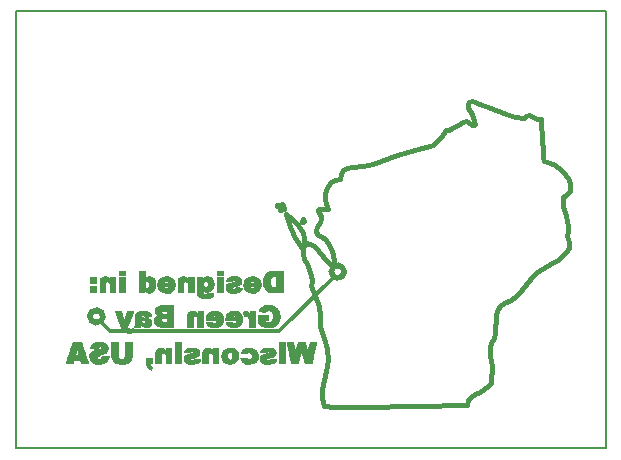
<source format=gbr>
%FSLAX23Y23*%
%MOIN*%
G04 EasyPC Gerber Version 15.0.4 Build 3016 *
%ADD16C,0.00100*%
%ADD10C,0.00500*%
%ADD11C,0.01181*%
%ADD84C,0.01575*%
%ADD79C,0.01969*%
X0Y0D02*
D02*
D10*
X1892Y2374D02*
X1971Y655*
Y2111D01*
X3*
Y655*
X1971*
D02*
D11*
X1065Y1227D02*
X889Y1051D01*
X889*
X882Y1045*
X318*
X313Y1050*
X312Y1051*
X286Y1078*
X285*
D02*
D16*
X845Y1084D02*
Y1100D01*
X812*
Y1071*
X821Y1064*
X828Y1062*
X836Y1059*
X846*
X857Y1060*
X867Y1063*
X874Y1069*
X879Y1075*
X882Y1085*
X883Y1095*
X882Y1106*
X879Y1115*
X872Y1122*
X865Y1128*
X856Y1131*
X846Y1132*
X835*
X828Y1129*
X818Y1124*
X813Y1111*
X835Y1109*
X839Y1114*
X846Y1115*
X853Y1114*
X857Y1110*
X860Y1104*
X861Y1096*
X860Y1086*
X857Y1080*
X852Y1077*
X845Y1075*
X838*
X831Y1078*
Y1084*
X845*
X801Y1111D02*
X783D01*
Y1103*
X780Y1107*
X777Y1110*
X770Y1113*
X766Y1111*
X761Y1110*
X766Y1096*
X772Y1097*
X776Y1096*
X778Y1095*
X780Y1088*
X781Y1077*
Y1060*
X801*
Y1111*
X701Y1081D02*
X740D01*
X737Y1075*
X734Y1073*
X730*
X725Y1074*
X722Y1077*
X703Y1075*
X707Y1067*
X714Y1063*
X721Y1060*
X730Y1059*
X740*
X745Y1062*
X751Y1066*
X755Y1071*
X758Y1078*
X759Y1085*
X758Y1096*
X752Y1104*
X743Y1111*
X732Y1113*
X722Y1111*
X714Y1109*
X708Y1104*
X704Y1099*
X703Y1092*
X701Y1084*
Y1081*
X721Y1091D02*
X723Y1097D01*
X730Y1099*
X734Y1097*
X737Y1096*
X740Y1091*
X721*
X637Y1081D02*
X675D01*
X672Y1075*
X670Y1073*
X665*
X660Y1074*
X657Y1077*
X638Y1075*
X642Y1067*
X649Y1063*
X656Y1060*
X665Y1059*
X675*
X681Y1062*
X686Y1066*
X690Y1071*
X693Y1078*
X694Y1085*
X693Y1096*
X688Y1104*
X678Y1111*
X667Y1113*
X657Y1111*
X649Y1109*
X643Y1104*
X639Y1099*
X638Y1092*
X637Y1084*
Y1081*
X656Y1091D02*
X659Y1097D01*
X665Y1099*
X670Y1097*
X672Y1096*
X675Y1091*
X656*
X628Y1111D02*
X610D01*
Y1103*
X602Y1110*
X592Y1113*
X584Y1111*
X579Y1107*
X576Y1102*
X575Y1093*
Y1060*
X594*
Y1089*
Y1092*
X595Y1095*
X601Y1097*
X606Y1095*
X609Y1091*
Y1085*
Y1060*
X628*
Y1111*
X529Y1131D02*
X488D01*
X479Y1129*
X473Y1125*
X468Y1120*
X467Y1113*
X468Y1107*
X471Y1102*
X474Y1099*
X479Y1097*
X473Y1095*
X468Y1091*
X466Y1086*
X464Y1080*
Y1075*
X467Y1070*
X474Y1063*
X477Y1062*
X482*
X488Y1060*
X492*
X529*
Y1131*
X507Y1103D02*
X497D01*
X493*
X490Y1104*
X489Y1109*
X490Y1113*
X493Y1114*
X497*
X507*
Y1103*
Y1077D02*
X496D01*
X492*
X489Y1078*
X486Y1084*
X489Y1088*
X492Y1089*
X496*
X507*
Y1077*
X435Y1093D02*
X455Y1095D01*
X452Y1103*
X446Y1109*
X438Y1111*
X428Y1113*
X422*
X415Y1111*
X406Y1107*
X402Y1102*
X401Y1093*
Y1071*
Y1066*
X398Y1060*
X417*
X419Y1064*
Y1069*
X423Y1064*
X427Y1062*
X431Y1059*
X438*
X446Y1060*
X452Y1063*
X455Y1067*
X456Y1073*
X455Y1078*
X453Y1082*
X448Y1085*
X441Y1088*
X431Y1089*
X427Y1091*
X420Y1093*
X422Y1097*
X426Y1099*
X433Y1097*
X435Y1093*
X420Y1084D02*
X428Y1082D01*
X433Y1081*
X435Y1080*
X437Y1077*
X435Y1074*
X431Y1073*
X424Y1074*
X422Y1077*
X420Y1081*
Y1084*
X395Y1111D02*
X375D01*
X364Y1077*
X355Y1111*
X336*
X355Y1056*
X360Y1049*
X362Y1044*
X369Y1041*
X378Y1040*
X383*
X391Y1041*
X393Y1055*
X383Y1053*
X378Y1055*
X375Y1060*
X395Y1111*
X374Y1040D02*
X387D01*
X369Y1041D02*
X391D01*
X366Y1042D02*
X391D01*
X364Y1043D02*
X391D01*
X362Y1044D02*
X392D01*
X362Y1045D02*
X392D01*
X361Y1046D02*
X392D01*
X361Y1047D02*
X392D01*
X360Y1048D02*
X392D01*
X360Y1049D02*
X392D01*
X359Y1050D02*
X392D01*
X359Y1051D02*
X392D01*
X358Y1052D02*
X392D01*
X358Y1052D02*
X392D01*
X357Y1053D02*
X393D01*
X357Y1054D02*
X379D01*
X390D02*
X393D01*
X356Y1055D02*
X377D01*
X355Y1056D02*
X377D01*
X355Y1057D02*
X376D01*
X355Y1058D02*
X376D01*
X354Y1059D02*
X375D01*
X431D02*
X439D01*
X665D02*
X675D01*
X729D02*
X740D01*
X836D02*
X847D01*
X354Y1060D02*
X375D01*
X430D02*
X444D01*
X658D02*
X677D01*
X723D02*
X742D01*
X833D02*
X854D01*
X354Y1061D02*
X375D01*
X398D02*
X418D01*
X428D02*
X448D01*
X485D02*
X529D01*
X575D02*
X594D01*
X609D02*
X628D01*
X654D02*
X679D01*
X719D02*
X744D01*
X781D02*
X801D01*
X830D02*
X859D01*
X353Y1062D02*
X375D01*
X399D02*
X418D01*
X427D02*
X449D01*
X476D02*
X529D01*
X575D02*
X594D01*
X609D02*
X628D01*
X652D02*
X681D01*
X717D02*
X746D01*
X781D02*
X801D01*
X828D02*
X862D01*
X353Y1063D02*
X376D01*
X399D02*
X418D01*
X425D02*
X451D01*
X475D02*
X529D01*
X575D02*
X594D01*
X609D02*
X628D01*
X650D02*
X682D01*
X714D02*
X747D01*
X781D02*
X801D01*
X825D02*
X866D01*
X353Y1064D02*
X376D01*
X400D02*
X419D01*
X424D02*
X452D01*
X473D02*
X529D01*
X575D02*
X594D01*
X609D02*
X628D01*
X648D02*
X683D01*
X713D02*
X748D01*
X781D02*
X801D01*
X823D02*
X868D01*
X352Y1065D02*
X377D01*
X400D02*
X419D01*
X423D02*
X453D01*
X472D02*
X529D01*
X575D02*
X594D01*
X609D02*
X628D01*
X646D02*
X685D01*
X711D02*
X749D01*
X781D02*
X801D01*
X821D02*
X869D01*
X352Y1066D02*
X377D01*
X401D02*
X419D01*
X422D02*
X454D01*
X471D02*
X529D01*
X575D02*
X594D01*
X609D02*
X628D01*
X645D02*
X686D01*
X709D02*
X751D01*
X781D02*
X801D01*
X820D02*
X870D01*
X352Y1067D02*
X377D01*
X401D02*
X419D01*
X421D02*
X454D01*
X470D02*
X529D01*
X575D02*
X594D01*
X609D02*
X628D01*
X643D02*
X687D01*
X708D02*
X751D01*
X781D02*
X801D01*
X818D02*
X871D01*
X351Y1067D02*
X378D01*
X401D02*
X419D01*
X420D02*
X455D01*
X470D02*
X529D01*
X575D02*
X594D01*
X609D02*
X628D01*
X642D02*
X687D01*
X707D02*
X752D01*
X781D02*
X801D01*
X817D02*
X872D01*
X351Y1068D02*
X378D01*
X401D02*
X419D01*
X419D02*
X455D01*
X469D02*
X529D01*
X575D02*
X594D01*
X609D02*
X628D01*
X641D02*
X688D01*
X706D02*
X753D01*
X781D02*
X801D01*
X816D02*
X873D01*
X351Y1069D02*
X378D01*
X401D02*
X455D01*
X468D02*
X529D01*
X575D02*
X594D01*
X609D02*
X628D01*
X641D02*
X689D01*
X706D02*
X754D01*
X781D02*
X801D01*
X814D02*
X874D01*
X351Y1070D02*
X379D01*
X401D02*
X455D01*
X467D02*
X529D01*
X575D02*
X594D01*
X609D02*
X628D01*
X641D02*
X690D01*
X705D02*
X754D01*
X781D02*
X801D01*
X813D02*
X875D01*
X350Y1071D02*
X379D01*
X401D02*
X456D01*
X466D02*
X529D01*
X575D02*
X594D01*
X609D02*
X628D01*
X640D02*
X690D01*
X705D02*
X755D01*
X781D02*
X801D01*
X812D02*
X876D01*
X350Y1072D02*
X380D01*
X401D02*
X456D01*
X466D02*
X529D01*
X575D02*
X594D01*
X609D02*
X628D01*
X640D02*
X691D01*
X704D02*
X755D01*
X781D02*
X801D01*
X812D02*
X876D01*
X350Y1073D02*
X380D01*
X401D02*
X429D01*
X432D02*
X456D01*
X465D02*
X529D01*
X575D02*
X594D01*
X609D02*
X628D01*
X639D02*
X664D01*
X670D02*
X691D01*
X704D02*
X729D01*
X735D02*
X756D01*
X781D02*
X801D01*
X812D02*
X877D01*
X349Y1074D02*
X380D01*
X401D02*
X425D01*
X435D02*
X456D01*
X465D02*
X529D01*
X575D02*
X594D01*
X609D02*
X628D01*
X639D02*
X660D01*
X671D02*
X691D01*
X703D02*
X725D01*
X736D02*
X756D01*
X781D02*
X801D01*
X812D02*
X878D01*
X349Y1075D02*
X381D01*
X401D02*
X423D01*
X436D02*
X455D01*
X465D02*
X529D01*
X575D02*
X594D01*
X609D02*
X628D01*
X638D02*
X659D01*
X672D02*
X692D01*
X703D02*
X724D01*
X737D02*
X757D01*
X781D02*
X801D01*
X812D02*
X879D01*
X349Y1076D02*
X381D01*
X401D02*
X423D01*
X436D02*
X455D01*
X464D02*
X529D01*
X575D02*
X594D01*
X609D02*
X628D01*
X644D02*
X658D01*
X673D02*
X692D01*
X709D02*
X723D01*
X737D02*
X757D01*
X781D02*
X801D01*
X812D02*
X837D01*
X847D02*
X879D01*
X348Y1077D02*
X381D01*
X401D02*
X422D01*
X437D02*
X455D01*
X464D02*
X492D01*
X507D02*
X529D01*
X575D02*
X594D01*
X609D02*
X628D01*
X673D02*
X693D01*
X738D02*
X757D01*
X781D02*
X801D01*
X812D02*
X834D01*
X852D02*
X879D01*
X348Y1078D02*
X363D01*
X364D02*
X382D01*
X401D02*
X421D01*
X436D02*
X455D01*
X464D02*
X490D01*
X507D02*
X529D01*
X575D02*
X594D01*
X609D02*
X628D01*
X674D02*
X693D01*
X738D02*
X758D01*
X781D02*
X801D01*
X812D02*
X832D01*
X853D02*
X880D01*
X348Y1079D02*
X363D01*
X364D02*
X382D01*
X401D02*
X421D01*
X436D02*
X455D01*
X464D02*
X489D01*
X507D02*
X529D01*
X575D02*
X594D01*
X609D02*
X628D01*
X674D02*
X693D01*
X739D02*
X758D01*
X781D02*
X801D01*
X812D02*
X831D01*
X855D02*
X880D01*
X347Y1080D02*
X363D01*
X365D02*
X383D01*
X401D02*
X421D01*
X435D02*
X454D01*
X464D02*
X488D01*
X507D02*
X529D01*
X575D02*
X594D01*
X609D02*
X628D01*
X674D02*
X693D01*
X739D02*
X758D01*
X781D02*
X801D01*
X812D02*
X831D01*
X857D02*
X880D01*
X347Y1081D02*
X363D01*
X365D02*
X383D01*
X401D02*
X420D01*
X433D02*
X454D01*
X465D02*
X488D01*
X507D02*
X529D01*
X575D02*
X594D01*
X609D02*
X628D01*
X675D02*
X694D01*
X740D02*
X758D01*
X781D02*
X801D01*
X812D02*
X831D01*
X857D02*
X881D01*
X347Y1081D02*
X363D01*
X365D02*
X383D01*
X401D02*
X420D01*
X431D02*
X454D01*
X465D02*
X487D01*
X507D02*
X529D01*
X575D02*
X594D01*
X609D02*
X628D01*
X637D02*
X694D01*
X701D02*
X758D01*
X781D02*
X801D01*
X812D02*
X831D01*
X858D02*
X881D01*
X346Y1082D02*
X362D01*
X366D02*
X384D01*
X401D02*
X420D01*
X428D02*
X453D01*
X465D02*
X487D01*
X507D02*
X529D01*
X575D02*
X594D01*
X609D02*
X628D01*
X637D02*
X694D01*
X701D02*
X759D01*
X781D02*
X801D01*
X812D02*
X831D01*
X858D02*
X881D01*
X346Y1083D02*
X362D01*
X366D02*
X384D01*
X401D02*
X420D01*
X422D02*
X451D01*
X465D02*
X487D01*
X507D02*
X529D01*
X575D02*
X594D01*
X609D02*
X628D01*
X637D02*
X694D01*
X701D02*
X759D01*
X780D02*
X801D01*
X812D02*
X831D01*
X859D02*
X881D01*
X346Y1084D02*
X362D01*
X366D02*
X384D01*
X401D02*
X449D01*
X465D02*
X487D01*
X507D02*
X529D01*
X575D02*
X594D01*
X609D02*
X628D01*
X637D02*
X694D01*
X701D02*
X759D01*
X780D02*
X801D01*
X812D02*
X845D01*
X859D02*
X882D01*
X345Y1085D02*
X362D01*
X366D02*
X385D01*
X401D02*
X447D01*
X465D02*
X487D01*
X507D02*
X529D01*
X575D02*
X594D01*
X609D02*
X628D01*
X637D02*
X694D01*
X702D02*
X759D01*
X780D02*
X801D01*
X812D02*
X845D01*
X859D02*
X882D01*
X345Y1086D02*
X361D01*
X367D02*
X385D01*
X401D02*
X445D01*
X466D02*
X488D01*
X507D02*
X529D01*
X575D02*
X594D01*
X609D02*
X628D01*
X637D02*
X694D01*
X702D02*
X759D01*
X780D02*
X801D01*
X812D02*
X845D01*
X860D02*
X882D01*
X345Y1087D02*
X361D01*
X367D02*
X386D01*
X401D02*
X443D01*
X466D02*
X489D01*
X507D02*
X529D01*
X575D02*
X594D01*
X609D02*
X628D01*
X637D02*
X694D01*
X702D02*
X759D01*
X780D02*
X801D01*
X812D02*
X845D01*
X860D02*
X882D01*
X344Y1088D02*
X361D01*
X367D02*
X386D01*
X401D02*
X439D01*
X467D02*
X490D01*
X507D02*
X529D01*
X575D02*
X594D01*
X609D02*
X628D01*
X637D02*
X694D01*
X702D02*
X759D01*
X780D02*
X801D01*
X812D02*
X845D01*
X860D02*
X882D01*
X344Y1089D02*
X361D01*
X368D02*
X386D01*
X401D02*
X433D01*
X467D02*
X491D01*
X507D02*
X529D01*
X575D02*
X594D01*
X609D02*
X628D01*
X637D02*
X694D01*
X702D02*
X759D01*
X780D02*
X801D01*
X812D02*
X845D01*
X860D02*
X882D01*
X344Y1090D02*
X361D01*
X368D02*
X387D01*
X401D02*
X429D01*
X468D02*
X529D01*
X575D02*
X594D01*
X609D02*
X628D01*
X638D02*
X694D01*
X702D02*
X759D01*
X779D02*
X801D01*
X812D02*
X845D01*
X860D02*
X883D01*
X343Y1091D02*
X360D01*
X368D02*
X387D01*
X401D02*
X426D01*
X469D02*
X529D01*
X575D02*
X594D01*
X609D02*
X628D01*
X638D02*
X656D01*
X675D02*
X694D01*
X703D02*
X721D01*
X740D02*
X758D01*
X779D02*
X801D01*
X812D02*
X845D01*
X860D02*
X883D01*
X343Y1092D02*
X360D01*
X369D02*
X388D01*
X401D02*
X424D01*
X470D02*
X529D01*
X575D02*
X594D01*
X608D02*
X628D01*
X638D02*
X656D01*
X675D02*
X694D01*
X703D02*
X721D01*
X739D02*
X758D01*
X779D02*
X801D01*
X812D02*
X845D01*
X861D02*
X883D01*
X343Y1093D02*
X360D01*
X369D02*
X388D01*
X401D02*
X422D01*
X471D02*
X529D01*
X575D02*
X594D01*
X608D02*
X628D01*
X638D02*
X657D01*
X674D02*
X693D01*
X703D02*
X721D01*
X739D02*
X758D01*
X779D02*
X801D01*
X812D02*
X845D01*
X861D02*
X883D01*
X342Y1094D02*
X360D01*
X369D02*
X388D01*
X401D02*
X420D01*
X435D02*
X440D01*
X472D02*
X529D01*
X575D02*
X595D01*
X607D02*
X628D01*
X638D02*
X657D01*
X674D02*
X693D01*
X703D02*
X722D01*
X738D02*
X758D01*
X779D02*
X801D01*
X812D02*
X845D01*
X861D02*
X883D01*
X342Y1095D02*
X359D01*
X369D02*
X389D01*
X401D02*
X421D01*
X435D02*
X453D01*
X472D02*
X529D01*
X575D02*
X595D01*
X606D02*
X628D01*
X638D02*
X657D01*
X673D02*
X693D01*
X703D02*
X722D01*
X738D02*
X758D01*
X779D02*
X801D01*
X812D02*
X845D01*
X861D02*
X883D01*
X342Y1096D02*
X359D01*
X370D02*
X389D01*
X401D02*
X421D01*
X434D02*
X454D01*
X475D02*
X529D01*
X575D02*
X597D01*
X605D02*
X628D01*
X639D02*
X658D01*
X673D02*
X693D01*
X703D02*
X723D01*
X737D02*
X758D01*
X777D02*
X801D01*
X812D02*
X845D01*
X861D02*
X883D01*
X341Y1096D02*
X359D01*
X370D02*
X389D01*
X401D02*
X421D01*
X433D02*
X454D01*
X477D02*
X529D01*
X575D02*
X599D01*
X603D02*
X628D01*
X639D02*
X658D01*
X672D02*
X693D01*
X704D02*
X723D01*
X736D02*
X758D01*
X766D02*
X768D01*
X775D02*
X801D01*
X812D02*
X845D01*
X861D02*
X883D01*
X341Y1097D02*
X359D01*
X370D02*
X390D01*
X402D02*
X422D01*
X433D02*
X454D01*
X479D02*
X529D01*
X575D02*
X601D01*
X601D02*
X628D01*
X639D02*
X659D01*
X670D02*
X692D01*
X704D02*
X723D01*
X735D02*
X757D01*
X766D02*
X771D01*
X772D02*
X801D01*
X812D02*
X845D01*
X861D02*
X883D01*
X341Y1098D02*
X359D01*
X371D02*
X390D01*
X402D02*
X424D01*
X428D02*
X453D01*
X476D02*
X529D01*
X575D02*
X628D01*
X639D02*
X663D01*
X667D02*
X692D01*
X704D02*
X728D01*
X732D02*
X756D01*
X765D02*
X801D01*
X812D02*
X845D01*
X861D02*
X883D01*
X340Y1099D02*
X358D01*
X371D02*
X391D01*
X402D02*
X453D01*
X474D02*
X529D01*
X576D02*
X628D01*
X640D02*
X691D01*
X704D02*
X756D01*
X765D02*
X801D01*
X812D02*
X845D01*
X861D02*
X883D01*
X340Y1100D02*
X358D01*
X371D02*
X391D01*
X402D02*
X453D01*
X473D02*
X529D01*
X576D02*
X628D01*
X640D02*
X690D01*
X705D02*
X755D01*
X764D02*
X801D01*
X860D02*
X883D01*
X340Y1101D02*
X358D01*
X372D02*
X391D01*
X402D02*
X453D01*
X472D02*
X529D01*
X576D02*
X628D01*
X641D02*
X690D01*
X706D02*
X754D01*
X764D02*
X801D01*
X860D02*
X882D01*
X339Y1102D02*
X358D01*
X372D02*
X392D01*
X403D02*
X452D01*
X471D02*
X529D01*
X576D02*
X628D01*
X642D02*
X689D01*
X707D02*
X754D01*
X764D02*
X801D01*
X860D02*
X882D01*
X339Y1103D02*
X357D01*
X372D02*
X392D01*
X403D02*
X452D01*
X470D02*
X493D01*
X507D02*
X529D01*
X577D02*
X610D01*
X610D02*
X628D01*
X642D02*
X688D01*
X707D02*
X753D01*
X763D02*
X783D01*
X783D02*
X801D01*
X860D02*
X882D01*
X339Y1104D02*
X357D01*
X372D02*
X392D01*
X404D02*
X451D01*
X470D02*
X491D01*
X507D02*
X529D01*
X577D02*
X609D01*
X610D02*
X628D01*
X643D02*
X688D01*
X708D02*
X753D01*
X763D02*
X782D01*
X783D02*
X801D01*
X860D02*
X882D01*
X338Y1105D02*
X357D01*
X373D02*
X393D01*
X405D02*
X450D01*
X470D02*
X490D01*
X507D02*
X529D01*
X578D02*
X608D01*
X610D02*
X628D01*
X644D02*
X687D01*
X709D02*
X752D01*
X763D02*
X781D01*
X783D02*
X801D01*
X860D02*
X882D01*
X338Y1106D02*
X357D01*
X373D02*
X393D01*
X405D02*
X449D01*
X469D02*
X490D01*
X507D02*
X529D01*
X578D02*
X607D01*
X610D02*
X628D01*
X645D02*
X685D01*
X710D02*
X750D01*
X762D02*
X781D01*
X783D02*
X801D01*
X859D02*
X882D01*
X338Y1107D02*
X357D01*
X373D02*
X394D01*
X406D02*
X448D01*
X469D02*
X490D01*
X507D02*
X529D01*
X579D02*
X606D01*
X610D02*
X628D01*
X647D02*
X684D01*
X711D02*
X749D01*
X762D02*
X780D01*
X783D02*
X801D01*
X859D02*
X882D01*
X337Y1108D02*
X356D01*
X374D02*
X394D01*
X408D02*
X447D01*
X468D02*
X489D01*
X507D02*
X529D01*
X579D02*
X605D01*
X610D02*
X628D01*
X648D02*
X683D01*
X713D02*
X748D01*
X761D02*
X779D01*
X783D02*
X801D01*
X858D02*
X881D01*
X337Y1109D02*
X356D01*
X374D02*
X394D01*
X410D02*
X446D01*
X468D02*
X489D01*
X507D02*
X529D01*
X581D02*
X604D01*
X610D02*
X628D01*
X649D02*
X682D01*
X714D02*
X746D01*
X761D02*
X778D01*
X783D02*
X801D01*
X834D02*
X835D01*
X858D02*
X881D01*
X337Y1110D02*
X356D01*
X374D02*
X395D01*
X411D02*
X443D01*
X468D02*
X489D01*
X507D02*
X529D01*
X582D02*
X602D01*
X610D02*
X628D01*
X652D02*
X680D01*
X717D02*
X745D01*
X761D02*
X777D01*
X783D02*
X801D01*
X826D02*
X836D01*
X857D02*
X881D01*
X336Y1111D02*
X356D01*
X375D02*
X395D01*
X413D02*
X440D01*
X468D02*
X490D01*
X507D02*
X529D01*
X583D02*
X600D01*
X610D02*
X628D01*
X655D02*
X679D01*
X720D02*
X744D01*
X763D02*
X775D01*
X783D02*
X801D01*
X819D02*
X837D01*
X856D02*
X880D01*
X416Y1111D02*
X437D01*
X467D02*
X490D01*
X507D02*
X529D01*
X586D02*
X597D01*
X659D02*
X676D01*
X724D02*
X741D01*
X767D02*
X773D01*
X813D02*
X837D01*
X855D02*
X880D01*
X420Y1112D02*
X430D01*
X467D02*
X490D01*
X507D02*
X529D01*
X591D02*
X593D01*
X665D02*
X669D01*
X730D02*
X733D01*
X770D02*
X771D01*
X813D02*
X838D01*
X854D02*
X880D01*
X467Y1113D02*
X492D01*
X507D02*
X529D01*
X814D02*
X839D01*
X854D02*
X880D01*
X467Y1114D02*
X529D01*
X814D02*
X840D01*
X852D02*
X879D01*
X468Y1115D02*
X529D01*
X815D02*
X845D01*
X847D02*
X879D01*
X468Y1116D02*
X529D01*
X815D02*
X878D01*
X468Y1117D02*
X529D01*
X816D02*
X877D01*
X468Y1118D02*
X529D01*
X816D02*
X876D01*
X468Y1119D02*
X529D01*
X816D02*
X875D01*
X469Y1120D02*
X529D01*
X817D02*
X875D01*
X469Y1121D02*
X529D01*
X817D02*
X874D01*
X470Y1122D02*
X529D01*
X818D02*
X873D01*
X471Y1123D02*
X529D01*
X818D02*
X872D01*
X472Y1124D02*
X529D01*
X818D02*
X870D01*
X472Y1125D02*
X529D01*
X820D02*
X869D01*
X473Y1126D02*
X529D01*
X822D02*
X868D01*
X475Y1126D02*
X529D01*
X823D02*
X867D01*
X477Y1127D02*
X529D01*
X825D02*
X866D01*
X478Y1128D02*
X529D01*
X827D02*
X863D01*
X480Y1129D02*
X529D01*
X828D02*
X860D01*
X486Y1130D02*
X529D01*
X831D02*
X857D01*
X833Y1131D02*
X851D01*
X893Y1246D02*
X861D01*
X852Y1245*
X845Y1243*
X835Y1236*
X830Y1224*
X828Y1211*
Y1200*
X831Y1194*
X838Y1183*
X842Y1180*
X847Y1177*
X861Y1176*
X893*
Y1246*
X871Y1229D02*
Y1192D01*
X865*
X860*
X856Y1194*
X852Y1199*
X850Y1203*
Y1210*
X852Y1220*
X854Y1225*
X859Y1228*
X865Y1229*
X871*
X762Y1196D02*
X801D01*
X798Y1191*
X795Y1188*
X791*
X785Y1189*
X783Y1192*
X763Y1191*
X768Y1183*
X774Y1178*
X781Y1176*
X791Y1174*
X801*
X806Y1177*
X812Y1181*
X816Y1187*
X819Y1194*
X820Y1200*
X819Y1211*
X813Y1220*
X803Y1227*
X792Y1228*
X783Y1227*
X774Y1224*
X769Y1220*
X765Y1214*
X763Y1207*
X762Y1199*
Y1196*
X781Y1206D02*
X784Y1213D01*
X791Y1214*
X795Y1213*
X798Y1211*
X801Y1206*
X781*
X758Y1189D02*
X739Y1191D01*
X736Y1187*
X730Y1185*
X723Y1187*
X722Y1189*
X723Y1194*
X726*
X732Y1195*
X740Y1196*
X746Y1198*
X752Y1203*
X754Y1207*
X755Y1211*
X754Y1217*
X752Y1221*
X744Y1227*
X737Y1228*
X730*
X722*
X717Y1227*
X710Y1222*
X704Y1214*
X723Y1213*
X726Y1216*
X730Y1217*
X734Y1216*
X736Y1213*
X734Y1210*
X732Y1209*
X728*
X718Y1207*
X712Y1206*
X706Y1200*
X703Y1196*
Y1192*
Y1188*
X706Y1183*
X708Y1180*
X714Y1177*
X721Y1174*
X730*
X743Y1176*
X750Y1178*
X755Y1183*
X758Y1189*
X693Y1246D02*
X674D01*
Y1232*
X693*
Y1246*
Y1227D02*
X674D01*
Y1176*
X693*
Y1227*
X626D02*
X608D01*
Y1178*
Y1176*
X609Y1167*
X615Y1160*
X623Y1156*
X635Y1155*
X648Y1156*
X656Y1159*
X660Y1165*
X661Y1171*
Y1174*
X642Y1173*
X639Y1170*
X635Y1169*
X628Y1170*
X627Y1173*
Y1177*
Y1184*
X633Y1180*
X637Y1177*
X642*
X652Y1180*
X659Y1187*
X661Y1194*
X663Y1203*
X661Y1214*
X657Y1221*
X650Y1227*
X642Y1228*
X633Y1225*
X626Y1220*
Y1227*
X644Y1202D02*
Y1196D01*
X641Y1194*
X638Y1191*
X635*
X633*
X630Y1194*
X627Y1198*
Y1202*
Y1207*
X630Y1211*
X633Y1213*
X635Y1214*
X639Y1213*
X641Y1211*
X644Y1207*
Y1202*
X597Y1227D02*
X579D01*
Y1218*
X571Y1225*
X561Y1228*
X553Y1227*
X547Y1222*
X544Y1217*
X543Y1209*
Y1176*
X562*
Y1205*
Y1207*
X564Y1210*
X569Y1213*
X575Y1210*
X577Y1206*
Y1200*
Y1176*
X597*
Y1227*
X475Y1196D02*
X514D01*
X511Y1191*
X509Y1188*
X504*
X499Y1189*
X496Y1192*
X477Y1191*
X481Y1183*
X488Y1178*
X495Y1176*
X504Y1174*
X514*
X520Y1177*
X525Y1181*
X529Y1187*
X532Y1194*
X533Y1200*
X532Y1211*
X526Y1220*
X517Y1227*
X506Y1228*
X496Y1227*
X488Y1224*
X482Y1220*
X478Y1214*
X477Y1207*
X475Y1199*
Y1196*
X495Y1206D02*
X497Y1213D01*
X504Y1214*
X509Y1213*
X511Y1211*
X514Y1206*
X495*
X413Y1246D02*
Y1176D01*
X431*
Y1183*
X435Y1178*
X438Y1177*
X448Y1174*
X456Y1176*
X463Y1183*
X467Y1191*
X469Y1202*
X467Y1213*
X463Y1221*
X456Y1227*
X448Y1228*
X440Y1227*
X433Y1222*
Y1246*
X413*
X433Y1202D02*
Y1207D01*
X435Y1211*
X438Y1213*
X441Y1214*
X444Y1213*
X446Y1211*
X449Y1207*
Y1200*
Y1195*
X446Y1191*
X444Y1188*
X441*
X438*
X435Y1191*
X433Y1195*
Y1202*
X368Y1246D02*
X349D01*
Y1232*
X368*
Y1246*
Y1227D02*
X349D01*
Y1176*
X368*
Y1227*
X336D02*
X318D01*
Y1218*
X310Y1225*
X300Y1228*
X292Y1227*
X287Y1222*
X284Y1217*
X283Y1209*
Y1176*
X302*
Y1205*
Y1207*
X303Y1210*
X309Y1213*
X314Y1210*
X317Y1206*
Y1200*
Y1176*
X336*
Y1227*
X271D02*
X252D01*
Y1207*
X271*
Y1227*
Y1195D02*
X252D01*
Y1176*
X271*
Y1195*
X629Y1156D02*
X641D01*
X622Y1157D02*
X648D01*
X621Y1157D02*
X651D01*
X619Y1158D02*
X654D01*
X617Y1159D02*
X656D01*
X615Y1160D02*
X657D01*
X614Y1161D02*
X658D01*
X613Y1162D02*
X658D01*
X612Y1163D02*
X659D01*
X612Y1164D02*
X660D01*
X611Y1165D02*
X660D01*
X610Y1166D02*
X660D01*
X609Y1167D02*
X661D01*
X609Y1168D02*
X661D01*
X609Y1169D02*
X661D01*
X609Y1170D02*
X631D01*
X638D02*
X661D01*
X609Y1171D02*
X628D01*
X640D02*
X661D01*
X608Y1172D02*
X628D01*
X641D02*
X661D01*
X608Y1172D02*
X627D01*
X642D02*
X661D01*
X608Y1173D02*
X627D01*
X650D02*
X661D01*
X447Y1174D02*
X449D01*
X504D02*
X514D01*
X608D02*
X627D01*
X720D02*
X731D01*
X790D02*
X801D01*
X444Y1175D02*
X454D01*
X497D02*
X516D01*
X608D02*
X627D01*
X718D02*
X740D01*
X784D02*
X803D01*
X252Y1176D02*
X271D01*
X283D02*
X302D01*
X317D02*
X336D01*
X349D02*
X368D01*
X413D02*
X431D01*
X441D02*
X457D01*
X493D02*
X518D01*
X543D02*
X562D01*
X577D02*
X597D01*
X608D02*
X627D01*
X674D02*
X693D01*
X716D02*
X744D01*
X780D02*
X805D01*
X855D02*
X893D01*
X252Y1177D02*
X271D01*
X283D02*
X302D01*
X317D02*
X336D01*
X349D02*
X368D01*
X413D02*
X431D01*
X438D02*
X458D01*
X491D02*
X520D01*
X543D02*
X562D01*
X577D02*
X597D01*
X608D02*
X627D01*
X636D02*
X643D01*
X674D02*
X693D01*
X713D02*
X747D01*
X777D02*
X806D01*
X847D02*
X893D01*
X252Y1178D02*
X271D01*
X283D02*
X302D01*
X317D02*
X336D01*
X349D02*
X368D01*
X413D02*
X431D01*
X436D02*
X459D01*
X489D02*
X521D01*
X543D02*
X562D01*
X577D02*
X597D01*
X608D02*
X627D01*
X635D02*
X646D01*
X674D02*
X693D01*
X712D02*
X749D01*
X775D02*
X808D01*
X845D02*
X893D01*
X252Y1179D02*
X271D01*
X283D02*
X302D01*
X317D02*
X336D01*
X349D02*
X368D01*
X413D02*
X431D01*
X435D02*
X460D01*
X487D02*
X522D01*
X543D02*
X562D01*
X577D02*
X597D01*
X608D02*
X627D01*
X634D02*
X649D01*
X674D02*
X693D01*
X710D02*
X751D01*
X773D02*
X809D01*
X843D02*
X893D01*
X252Y1180D02*
X271D01*
X283D02*
X302D01*
X317D02*
X336D01*
X349D02*
X368D01*
X413D02*
X431D01*
X434D02*
X460D01*
X485D02*
X523D01*
X543D02*
X562D01*
X577D02*
X597D01*
X608D02*
X627D01*
X632D02*
X652D01*
X674D02*
X693D01*
X708D02*
X752D01*
X772D02*
X810D01*
X842D02*
X893D01*
X252Y1181D02*
X271D01*
X283D02*
X302D01*
X317D02*
X336D01*
X349D02*
X368D01*
X413D02*
X431D01*
X433D02*
X461D01*
X484D02*
X525D01*
X543D02*
X562D01*
X577D02*
X597D01*
X608D02*
X627D01*
X631D02*
X653D01*
X674D02*
X693D01*
X707D02*
X753D01*
X770D02*
X811D01*
X840D02*
X893D01*
X252Y1182D02*
X271D01*
X283D02*
X302D01*
X317D02*
X336D01*
X349D02*
X368D01*
X413D02*
X431D01*
X432D02*
X462D01*
X482D02*
X526D01*
X543D02*
X562D01*
X577D02*
X597D01*
X608D02*
X627D01*
X630D02*
X654D01*
X674D02*
X693D01*
X706D02*
X754D01*
X769D02*
X812D01*
X839D02*
X893D01*
X252Y1183D02*
X271D01*
X283D02*
X302D01*
X317D02*
X336D01*
X349D02*
X368D01*
X413D02*
X463D01*
X481D02*
X526D01*
X543D02*
X562D01*
X577D02*
X597D01*
X608D02*
X627D01*
X628D02*
X655D01*
X674D02*
X693D01*
X705D02*
X755D01*
X767D02*
X813D01*
X838D02*
X893D01*
X252Y1184D02*
X271D01*
X283D02*
X302D01*
X317D02*
X336D01*
X349D02*
X368D01*
X413D02*
X464D01*
X480D02*
X527D01*
X543D02*
X562D01*
X577D02*
X597D01*
X608D02*
X627D01*
X627D02*
X656D01*
X674D02*
X693D01*
X705D02*
X756D01*
X767D02*
X814D01*
X837D02*
X893D01*
X252Y1185D02*
X271D01*
X283D02*
X302D01*
X317D02*
X336D01*
X349D02*
X368D01*
X413D02*
X464D01*
X480D02*
X528D01*
X543D02*
X562D01*
X577D02*
X597D01*
X608D02*
X657D01*
X674D02*
X693D01*
X704D02*
X756D01*
X766D02*
X814D01*
X836D02*
X893D01*
X252Y1186D02*
X271D01*
X283D02*
X302D01*
X317D02*
X336D01*
X349D02*
X368D01*
X413D02*
X465D01*
X479D02*
X528D01*
X543D02*
X562D01*
X577D02*
X597D01*
X608D02*
X658D01*
X674D02*
X693D01*
X704D02*
X729D01*
X732D02*
X756D01*
X766D02*
X815D01*
X836D02*
X893D01*
X252Y1187D02*
X271D01*
X283D02*
X302D01*
X317D02*
X336D01*
X349D02*
X368D01*
X413D02*
X465D01*
X479D02*
X529D01*
X543D02*
X562D01*
X577D02*
X597D01*
X608D02*
X659D01*
X674D02*
X693D01*
X704D02*
X724D01*
X735D02*
X757D01*
X766D02*
X816D01*
X835D02*
X893D01*
X252Y1187D02*
X271D01*
X283D02*
X302D01*
X317D02*
X336D01*
X349D02*
X368D01*
X413D02*
X466D01*
X478D02*
X530D01*
X543D02*
X562D01*
X577D02*
X597D01*
X608D02*
X659D01*
X674D02*
X693D01*
X703D02*
X723D01*
X736D02*
X757D01*
X765D02*
X816D01*
X835D02*
X893D01*
X252Y1188D02*
X271D01*
X283D02*
X302D01*
X317D02*
X336D01*
X349D02*
X368D01*
X413D02*
X438D01*
X444D02*
X466D01*
X478D02*
X503D01*
X509D02*
X530D01*
X543D02*
X562D01*
X577D02*
X597D01*
X608D02*
X659D01*
X674D02*
X693D01*
X703D02*
X723D01*
X737D02*
X758D01*
X765D02*
X789D01*
X796D02*
X816D01*
X834D02*
X893D01*
X252Y1189D02*
X271D01*
X283D02*
X302D01*
X317D02*
X336D01*
X349D02*
X368D01*
X413D02*
X437D01*
X445D02*
X466D01*
X478D02*
X499D01*
X510D02*
X530D01*
X543D02*
X562D01*
X577D02*
X597D01*
X608D02*
X660D01*
X674D02*
X693D01*
X703D02*
X722D01*
X738D02*
X758D01*
X764D02*
X786D01*
X796D02*
X817D01*
X834D02*
X893D01*
X252Y1190D02*
X271D01*
X283D02*
X302D01*
X317D02*
X336D01*
X349D02*
X368D01*
X413D02*
X436D01*
X446D02*
X467D01*
X477D02*
X498D01*
X511D02*
X531D01*
X543D02*
X562D01*
X577D02*
X597D01*
X608D02*
X660D01*
X674D02*
X693D01*
X703D02*
X722D01*
X738D02*
X746D01*
X764D02*
X785D01*
X797D02*
X817D01*
X833D02*
X893D01*
X252Y1191D02*
X271D01*
X283D02*
X302D01*
X317D02*
X336D01*
X349D02*
X368D01*
X413D02*
X435D01*
X447D02*
X467D01*
X483D02*
X497D01*
X511D02*
X531D01*
X543D02*
X562D01*
X577D02*
X597D01*
X608D02*
X632D01*
X638D02*
X661D01*
X674D02*
X693D01*
X703D02*
X723D01*
X770D02*
X784D01*
X798D02*
X818D01*
X832D02*
X893D01*
X252Y1192D02*
X271D01*
X283D02*
X302D01*
X317D02*
X336D01*
X349D02*
X368D01*
X413D02*
X435D01*
X447D02*
X467D01*
X512D02*
X531D01*
X543D02*
X562D01*
X577D02*
X597D01*
X608D02*
X631D01*
X639D02*
X661D01*
X674D02*
X693D01*
X703D02*
X723D01*
X799D02*
X818D01*
X832D02*
X860D01*
X871D02*
X893D01*
X252Y1193D02*
X271D01*
X283D02*
X302D01*
X317D02*
X336D01*
X349D02*
X368D01*
X413D02*
X434D01*
X448D02*
X467D01*
X512D02*
X532D01*
X543D02*
X562D01*
X577D02*
X597D01*
X608D02*
X630D01*
X640D02*
X661D01*
X674D02*
X693D01*
X703D02*
X723D01*
X799D02*
X818D01*
X831D02*
X857D01*
X871D02*
X893D01*
X252Y1194D02*
X271D01*
X283D02*
X302D01*
X317D02*
X336D01*
X349D02*
X368D01*
X413D02*
X433D01*
X449D02*
X468D01*
X513D02*
X532D01*
X543D02*
X562D01*
X577D02*
X597D01*
X608D02*
X629D01*
X641D02*
X662D01*
X674D02*
X693D01*
X703D02*
X728D01*
X800D02*
X819D01*
X831D02*
X855D01*
X871D02*
X893D01*
X283Y1195D02*
X302D01*
X317D02*
X336D01*
X349D02*
X368D01*
X413D02*
X433D01*
X449D02*
X468D01*
X513D02*
X532D01*
X543D02*
X562D01*
X577D02*
X597D01*
X608D02*
X629D01*
X642D02*
X662D01*
X674D02*
X693D01*
X703D02*
X732D01*
X800D02*
X819D01*
X830D02*
X855D01*
X871D02*
X893D01*
X283Y1196D02*
X302D01*
X317D02*
X336D01*
X349D02*
X368D01*
X413D02*
X433D01*
X449D02*
X468D01*
X514D02*
X532D01*
X543D02*
X562D01*
X577D02*
X597D01*
X608D02*
X628D01*
X643D02*
X662D01*
X674D02*
X693D01*
X703D02*
X738D01*
X800D02*
X819D01*
X830D02*
X854D01*
X871D02*
X893D01*
X283Y1197D02*
X302D01*
X317D02*
X336D01*
X349D02*
X368D01*
X413D02*
X433D01*
X449D02*
X468D01*
X475D02*
X533D01*
X543D02*
X562D01*
X577D02*
X597D01*
X608D02*
X628D01*
X644D02*
X662D01*
X674D02*
X693D01*
X703D02*
X742D01*
X762D02*
X819D01*
X830D02*
X853D01*
X871D02*
X893D01*
X283Y1198D02*
X302D01*
X317D02*
X336D01*
X349D02*
X368D01*
X413D02*
X433D01*
X449D02*
X468D01*
X475D02*
X533D01*
X543D02*
X562D01*
X577D02*
X597D01*
X608D02*
X627D01*
X644D02*
X662D01*
X674D02*
X693D01*
X704D02*
X746D01*
X762D02*
X819D01*
X829D02*
X853D01*
X871D02*
X893D01*
X283Y1199D02*
X302D01*
X317D02*
X336D01*
X349D02*
X368D01*
X413D02*
X433D01*
X449D02*
X468D01*
X475D02*
X533D01*
X543D02*
X562D01*
X577D02*
X597D01*
X608D02*
X627D01*
X644D02*
X662D01*
X674D02*
X693D01*
X704D02*
X747D01*
X762D02*
X820D01*
X829D02*
X852D01*
X871D02*
X893D01*
X283Y1200D02*
X302D01*
X317D02*
X336D01*
X349D02*
X368D01*
X413D02*
X433D01*
X449D02*
X468D01*
X476D02*
X533D01*
X543D02*
X562D01*
X577D02*
X597D01*
X608D02*
X627D01*
X644D02*
X662D01*
X674D02*
X693D01*
X705D02*
X748D01*
X762D02*
X820D01*
X828D02*
X851D01*
X871D02*
X893D01*
X283Y1201D02*
X302D01*
X317D02*
X336D01*
X349D02*
X368D01*
X413D02*
X433D01*
X449D02*
X468D01*
X476D02*
X533D01*
X543D02*
X562D01*
X577D02*
X597D01*
X608D02*
X627D01*
X644D02*
X662D01*
X674D02*
X693D01*
X706D02*
X749D01*
X762D02*
X820D01*
X828D02*
X851D01*
X871D02*
X893D01*
X283Y1202D02*
X302D01*
X317D02*
X336D01*
X349D02*
X368D01*
X413D02*
X433D01*
X449D02*
X469D01*
X476D02*
X533D01*
X543D02*
X562D01*
X577D02*
X597D01*
X608D02*
X627D01*
X644D02*
X663D01*
X674D02*
X693D01*
X707D02*
X750D01*
X762D02*
X820D01*
X828D02*
X851D01*
X871D02*
X893D01*
X283Y1202D02*
X302D01*
X317D02*
X336D01*
X349D02*
X368D01*
X413D02*
X433D01*
X449D02*
X468D01*
X476D02*
X533D01*
X543D02*
X562D01*
X577D02*
X597D01*
X608D02*
X627D01*
X644D02*
X663D01*
X674D02*
X693D01*
X708D02*
X752D01*
X763D02*
X820D01*
X828D02*
X850D01*
X871D02*
X893D01*
X283Y1203D02*
X302D01*
X317D02*
X336D01*
X349D02*
X368D01*
X413D02*
X433D01*
X449D02*
X468D01*
X476D02*
X533D01*
X543D02*
X562D01*
X577D02*
X597D01*
X608D02*
X627D01*
X644D02*
X663D01*
X674D02*
X693D01*
X709D02*
X752D01*
X763D02*
X820D01*
X828D02*
X850D01*
X871D02*
X893D01*
X283Y1204D02*
X302D01*
X317D02*
X336D01*
X349D02*
X368D01*
X413D02*
X433D01*
X449D02*
X468D01*
X476D02*
X533D01*
X543D02*
X562D01*
X577D02*
X597D01*
X608D02*
X627D01*
X644D02*
X663D01*
X674D02*
X693D01*
X710D02*
X753D01*
X763D02*
X819D01*
X828D02*
X850D01*
X871D02*
X893D01*
X283Y1205D02*
X302D01*
X317D02*
X336D01*
X349D02*
X368D01*
X413D02*
X433D01*
X449D02*
X468D01*
X476D02*
X533D01*
X543D02*
X562D01*
X577D02*
X597D01*
X608D02*
X627D01*
X644D02*
X663D01*
X674D02*
X693D01*
X712D02*
X753D01*
X763D02*
X819D01*
X828D02*
X850D01*
X871D02*
X893D01*
X283Y1206D02*
X302D01*
X317D02*
X336D01*
X349D02*
X368D01*
X413D02*
X433D01*
X449D02*
X468D01*
X477D02*
X495D01*
X514D02*
X533D01*
X543D02*
X562D01*
X577D02*
X597D01*
X608D02*
X627D01*
X644D02*
X662D01*
X674D02*
X693D01*
X714D02*
X753D01*
X763D02*
X781D01*
X800D02*
X819D01*
X828D02*
X850D01*
X871D02*
X893D01*
X283Y1207D02*
X302D01*
X316D02*
X336D01*
X349D02*
X368D01*
X413D02*
X433D01*
X449D02*
X468D01*
X477D02*
X495D01*
X513D02*
X532D01*
X543D02*
X562D01*
X577D02*
X597D01*
X608D02*
X627D01*
X644D02*
X662D01*
X674D02*
X693D01*
X717D02*
X754D01*
X763D02*
X782D01*
X800D02*
X819D01*
X828D02*
X850D01*
X871D02*
X893D01*
X252Y1208D02*
X271D01*
X283D02*
X302D01*
X316D02*
X336D01*
X349D02*
X368D01*
X413D02*
X433D01*
X449D02*
X468D01*
X477D02*
X496D01*
X513D02*
X532D01*
X543D02*
X563D01*
X576D02*
X597D01*
X608D02*
X628D01*
X643D02*
X662D01*
X674D02*
X693D01*
X723D02*
X754D01*
X764D02*
X782D01*
X800D02*
X819D01*
X828D02*
X850D01*
X871D02*
X893D01*
X252Y1209D02*
X271D01*
X283D02*
X303D01*
X315D02*
X336D01*
X349D02*
X368D01*
X413D02*
X434D01*
X448D02*
X468D01*
X477D02*
X496D01*
X512D02*
X532D01*
X543D02*
X563D01*
X575D02*
X597D01*
X608D02*
X628D01*
X642D02*
X662D01*
X674D02*
X693D01*
X732D02*
X754D01*
X764D02*
X783D01*
X799D02*
X819D01*
X828D02*
X850D01*
X871D02*
X893D01*
X252Y1210D02*
X271D01*
X283D02*
X303D01*
X314D02*
X336D01*
X349D02*
X368D01*
X413D02*
X434D01*
X447D02*
X468D01*
X477D02*
X496D01*
X512D02*
X532D01*
X543D02*
X564D01*
X575D02*
X597D01*
X608D02*
X629D01*
X642D02*
X662D01*
X674D02*
X693D01*
X734D02*
X755D01*
X764D02*
X783D01*
X799D02*
X819D01*
X828D02*
X850D01*
X871D02*
X893D01*
X252Y1211D02*
X271D01*
X283D02*
X305D01*
X313D02*
X336D01*
X349D02*
X368D01*
X413D02*
X435D01*
X447D02*
X467D01*
X478D02*
X497D01*
X512D02*
X532D01*
X543D02*
X565D01*
X573D02*
X597D01*
X608D02*
X629D01*
X641D02*
X662D01*
X674D02*
X693D01*
X735D02*
X755D01*
X764D02*
X783D01*
X798D02*
X819D01*
X828D02*
X850D01*
X871D02*
X893D01*
X252Y1212D02*
X271D01*
X283D02*
X307D01*
X311D02*
X336D01*
X349D02*
X368D01*
X413D02*
X436D01*
X446D02*
X467D01*
X478D02*
X497D01*
X510D02*
X532D01*
X543D02*
X567D01*
X571D02*
X597D01*
X608D02*
X631D01*
X640D02*
X662D01*
X674D02*
X693D01*
X735D02*
X755D01*
X764D02*
X784D01*
X797D02*
X818D01*
X828D02*
X850D01*
X871D02*
X893D01*
X252Y1213D02*
X271D01*
X283D02*
X309D01*
X309D02*
X336D01*
X349D02*
X368D01*
X413D02*
X438D01*
X444D02*
X467D01*
X478D02*
X497D01*
X509D02*
X531D01*
X544D02*
X569D01*
X569D02*
X597D01*
X608D02*
X632D01*
X639D02*
X662D01*
X674D02*
X693D01*
X736D02*
X755D01*
X765D02*
X784D01*
X795D02*
X818D01*
X828D02*
X851D01*
X871D02*
X893D01*
X252Y1214D02*
X271D01*
X283D02*
X336D01*
X349D02*
X368D01*
X413D02*
X440D01*
X442D02*
X467D01*
X478D02*
X502D01*
X506D02*
X530D01*
X544D02*
X597D01*
X608D02*
X634D01*
X637D02*
X662D01*
X674D02*
X693D01*
X711D02*
X724D01*
X735D02*
X755D01*
X765D02*
X789D01*
X792D02*
X817D01*
X828D02*
X851D01*
X871D02*
X893D01*
X252Y1215D02*
X271D01*
X284D02*
X336D01*
X349D02*
X368D01*
X413D02*
X466D01*
X479D02*
X530D01*
X544D02*
X597D01*
X608D02*
X661D01*
X674D02*
X693D01*
X704D02*
X725D01*
X735D02*
X754D01*
X765D02*
X816D01*
X829D02*
X851D01*
X871D02*
X893D01*
X252Y1216D02*
X271D01*
X284D02*
X336D01*
X349D02*
X368D01*
X413D02*
X466D01*
X479D02*
X529D01*
X544D02*
X597D01*
X608D02*
X661D01*
X674D02*
X693D01*
X705D02*
X726D01*
X734D02*
X754D01*
X766D02*
X816D01*
X829D02*
X851D01*
X871D02*
X893D01*
X252Y1217D02*
X271D01*
X284D02*
X336D01*
X349D02*
X368D01*
X413D02*
X465D01*
X480D02*
X529D01*
X544D02*
X597D01*
X608D02*
X660D01*
X674D02*
X693D01*
X706D02*
X729D01*
X732D02*
X754D01*
X767D02*
X815D01*
X829D02*
X851D01*
X871D02*
X893D01*
X252Y1217D02*
X271D01*
X284D02*
X336D01*
X349D02*
X368D01*
X413D02*
X465D01*
X481D02*
X528D01*
X545D02*
X597D01*
X608D02*
X660D01*
X674D02*
X693D01*
X706D02*
X754D01*
X767D02*
X815D01*
X829D02*
X851D01*
X871D02*
X893D01*
X252Y1218D02*
X271D01*
X285D02*
X318D01*
X318D02*
X336D01*
X349D02*
X368D01*
X413D02*
X464D01*
X481D02*
X527D01*
X545D02*
X579D01*
X579D02*
X597D01*
X608D02*
X659D01*
X674D02*
X693D01*
X707D02*
X753D01*
X768D02*
X814D01*
X829D02*
X851D01*
X871D02*
X893D01*
X252Y1219D02*
X271D01*
X285D02*
X317D01*
X318D02*
X336D01*
X349D02*
X368D01*
X413D02*
X464D01*
X482D02*
X527D01*
X546D02*
X578D01*
X579D02*
X597D01*
X608D02*
X658D01*
X674D02*
X693D01*
X708D02*
X753D01*
X769D02*
X813D01*
X829D02*
X852D01*
X871D02*
X893D01*
X252Y1220D02*
X271D01*
X286D02*
X316D01*
X318D02*
X336D01*
X349D02*
X368D01*
X413D02*
X463D01*
X483D02*
X526D01*
X546D02*
X576D01*
X579D02*
X597D01*
X608D02*
X626D01*
X626D02*
X658D01*
X674D02*
X693D01*
X708D02*
X753D01*
X770D02*
X812D01*
X829D02*
X852D01*
X871D02*
X893D01*
X252Y1221D02*
X271D01*
X286D02*
X315D01*
X318D02*
X336D01*
X349D02*
X368D01*
X413D02*
X463D01*
X484D02*
X524D01*
X546D02*
X575D01*
X579D02*
X597D01*
X608D02*
X626D01*
X627D02*
X657D01*
X674D02*
X693D01*
X709D02*
X752D01*
X771D02*
X811D01*
X829D02*
X852D01*
X871D02*
X893D01*
X252Y1222D02*
X271D01*
X286D02*
X314D01*
X318D02*
X336D01*
X349D02*
X368D01*
X413D02*
X462D01*
X486D02*
X523D01*
X547D02*
X574D01*
X579D02*
X597D01*
X608D02*
X626D01*
X629D02*
X656D01*
X674D02*
X693D01*
X709D02*
X751D01*
X772D02*
X810D01*
X829D02*
X853D01*
X871D02*
X893D01*
X252Y1223D02*
X271D01*
X287D02*
X313D01*
X318D02*
X336D01*
X349D02*
X368D01*
X413D02*
X433D01*
X434D02*
X461D01*
X487D02*
X522D01*
X548D02*
X573D01*
X579D02*
X597D01*
X608D02*
X626D01*
X630D02*
X655D01*
X674D02*
X693D01*
X711D02*
X749D01*
X773D02*
X808D01*
X829D02*
X853D01*
X871D02*
X893D01*
X252Y1224D02*
X271D01*
X289D02*
X312D01*
X318D02*
X336D01*
X349D02*
X368D01*
X413D02*
X433D01*
X435D02*
X459D01*
X488D02*
X520D01*
X549D02*
X572D01*
X579D02*
X597D01*
X608D02*
X626D01*
X631D02*
X654D01*
X674D02*
X693D01*
X712D02*
X748D01*
X775D02*
X807D01*
X830D02*
X854D01*
X871D02*
X893D01*
X252Y1225D02*
X271D01*
X290D02*
X310D01*
X318D02*
X336D01*
X349D02*
X368D01*
X413D02*
X433D01*
X437D02*
X458D01*
X491D02*
X519D01*
X550D02*
X571D01*
X579D02*
X597D01*
X608D02*
X626D01*
X632D02*
X653D01*
X674D02*
X693D01*
X714D02*
X747D01*
X778D02*
X806D01*
X830D02*
X854D01*
X871D02*
X893D01*
X252Y1226D02*
X271D01*
X291D02*
X308D01*
X318D02*
X336D01*
X349D02*
X368D01*
X413D02*
X433D01*
X438D02*
X457D01*
X494D02*
X518D01*
X552D02*
X568D01*
X579D02*
X597D01*
X608D02*
X626D01*
X635D02*
X651D01*
X674D02*
X693D01*
X715D02*
X745D01*
X781D02*
X804D01*
X830D02*
X855D01*
X871D02*
X893D01*
X293Y1227D02*
X304D01*
X413D02*
X433D01*
X441D02*
X455D01*
X498D02*
X515D01*
X554D02*
X565D01*
X638D02*
X649D01*
X717D02*
X743D01*
X784D02*
X802D01*
X831D02*
X857D01*
X871D02*
X893D01*
X299Y1228D02*
X301D01*
X413D02*
X433D01*
X447D02*
X449D01*
X504D02*
X508D01*
X560D02*
X562D01*
X641D02*
X643D01*
X721D02*
X738D01*
X791D02*
X794D01*
X831D02*
X858D01*
X871D02*
X893D01*
X413Y1229D02*
X433D01*
X832D02*
X862D01*
X871D02*
X893D01*
X413Y1230D02*
X433D01*
X832D02*
X893D01*
X413Y1231D02*
X433D01*
X833D02*
X893D01*
X413Y1232D02*
X433D01*
X833D02*
X893D01*
X349Y1232D02*
X368D01*
X413D02*
X433D01*
X674D02*
X693D01*
X833D02*
X893D01*
X349Y1233D02*
X368D01*
X413D02*
X433D01*
X674D02*
X693D01*
X834D02*
X893D01*
X349Y1234D02*
X368D01*
X413D02*
X433D01*
X674D02*
X693D01*
X834D02*
X893D01*
X349Y1235D02*
X368D01*
X413D02*
X433D01*
X674D02*
X693D01*
X835D02*
X893D01*
X349Y1236D02*
X368D01*
X413D02*
X433D01*
X674D02*
X693D01*
X835D02*
X893D01*
X349Y1237D02*
X368D01*
X413D02*
X433D01*
X674D02*
X693D01*
X836D02*
X893D01*
X349Y1238D02*
X368D01*
X413D02*
X433D01*
X674D02*
X693D01*
X838D02*
X893D01*
X349Y1239D02*
X368D01*
X413D02*
X433D01*
X674D02*
X693D01*
X839D02*
X893D01*
X349Y1240D02*
X368D01*
X413D02*
X433D01*
X674D02*
X693D01*
X840D02*
X893D01*
X349Y1241D02*
X368D01*
X413D02*
X433D01*
X674D02*
X693D01*
X842D02*
X893D01*
X349Y1242D02*
X368D01*
X413D02*
X433D01*
X674D02*
X693D01*
X843D02*
X893D01*
X349Y1243D02*
X368D01*
X413D02*
X433D01*
X674D02*
X693D01*
X844D02*
X893D01*
X349Y1244D02*
X368D01*
X413D02*
X433D01*
X674D02*
X693D01*
X847D02*
X893D01*
X349Y1245D02*
X368D01*
X413D02*
X433D01*
X674D02*
X693D01*
X852D02*
X893D01*
X349Y1246D02*
X368D01*
X413D02*
X433D01*
X674D02*
X693D01*
X859D02*
X893D01*
X1005Y1008D02*
X984D01*
X976Y975*
X967Y1008*
X944*
X936Y975*
X927Y1008*
X907*
X922Y938*
X944*
X955Y982*
X967Y938*
X989*
X1005Y1008*
X900D02*
X881D01*
Y994*
X900*
Y1008*
Y989D02*
X881D01*
Y938*
X900*
Y989*
X872Y952D02*
X853Y953D01*
X850Y949*
X845Y947*
X838Y949*
X836Y952*
X838Y956*
X841*
X846Y957*
X854Y959*
X860Y960*
X867Y965*
X868Y970*
X870Y974*
X868Y979*
X867Y983*
X859Y989*
X852Y990*
X845*
X836*
X831Y989*
X824Y985*
X819Y976*
X838Y975*
X841Y978*
X845Y979*
X849Y978*
X850Y975*
X849Y972*
X846Y971*
X842*
X832Y970*
X827Y968*
X820Y963*
X817Y959*
Y954*
Y950*
X820Y945*
X823Y942*
X828Y939*
X835Y936*
X845*
X857Y938*
X864Y941*
X870Y945*
X872Y952*
X772Y957D02*
X752Y956D01*
X758Y945*
X766Y939*
X772Y936*
X780*
X792Y938*
X802Y943*
X808Y950*
X810Y956*
Y963*
X808Y976*
X802Y983*
X795Y987*
X790Y989*
X781Y990*
X770Y989*
X762Y986*
X758Y981*
X754Y972*
X773Y971*
X776Y975*
X781Y976*
X785Y975*
X788Y972*
X790Y968*
X791Y963*
X790Y957*
X788Y953*
X785Y950*
X781*
X776Y952*
X772Y957*
X746Y963D02*
X744Y974D01*
X737Y982*
X729Y989*
X718Y990*
X704Y987*
X695Y981*
X690Y974*
X689Y964*
X690Y953*
X696Y943*
X706Y938*
X718Y936*
X728Y938*
X736Y943*
X743Y952*
X746Y963*
X726D02*
X725Y957D01*
X723Y953*
X721Y950*
X717*
X714*
X711Y953*
X708Y957*
Y964*
Y970*
X711Y974*
X714Y975*
X717Y976*
X721Y975*
X723Y974*
X725Y970*
X726Y963*
X679Y989D02*
X661D01*
Y981*
X653Y987*
X644Y990*
X635Y989*
X630Y985*
X627Y979*
X626Y971*
Y938*
X645*
Y967*
Y970*
X646Y972*
X652Y975*
X657Y972*
X660Y968*
Y963*
Y938*
X679*
Y989*
X619Y952D02*
X599Y953D01*
X597Y949*
X591Y947*
X584Y949*
X583Y952*
X584Y956*
X587*
X593Y957*
X601Y959*
X606Y960*
X613Y965*
X615Y970*
X616Y974*
X615Y979*
X613Y983*
X605Y989*
X598Y990*
X591*
X583*
X577Y989*
X571Y985*
X565Y976*
X584Y975*
X587Y978*
X591Y979*
X595Y978*
X597Y975*
X595Y972*
X593Y971*
X588*
X579Y970*
X573Y968*
X566Y963*
X564Y959*
Y954*
Y950*
X566Y945*
X569Y942*
X575Y939*
X582Y936*
X591*
X604Y938*
X610Y941*
X616Y945*
X619Y952*
X554Y1008D02*
X535D01*
Y994*
X554*
Y1008*
Y989D02*
X535D01*
Y938*
X554*
Y989*
X522D02*
X504D01*
Y981*
X496Y987*
X486Y990*
X478Y989*
X473Y985*
X470Y979*
X469Y971*
Y938*
X488*
Y967*
Y970*
X489Y972*
X495Y975*
X500Y972*
X503Y968*
Y963*
Y938*
X522*
Y989*
X458Y957D02*
X438D01*
Y941*
X440Y932*
X441Y927*
X446Y921*
X453Y917*
X458Y925*
X453Y928*
X451Y931*
X448Y938*
X458*
Y957*
X345Y1008D02*
X322D01*
Y965*
X324Y954*
X331Y945*
X335Y941*
X339Y939*
X354Y936*
X365*
X376Y939*
X383Y946*
X389Y954*
X390Y965*
Y1008*
X368*
Y965*
X367Y960*
X365Y956*
X361Y953*
X356*
X351*
X347Y956*
X346Y960*
X345Y965*
Y1008*
X313Y961D02*
X291Y963D01*
X289Y959*
X288Y954*
X285Y952*
X280Y950*
X274Y953*
X271Y957*
X273Y963*
X277Y964*
X284Y967*
X296Y971*
X305Y975*
X309Y982*
X310Y989*
X309Y994*
X307Y998*
X303Y1004*
X298Y1007*
X291Y1008*
X281Y1009*
X269Y1008*
X260Y1004*
X255Y998*
X252Y989*
X274Y987*
X277Y994*
X283Y997*
X287Y996*
X288Y992*
Y989*
X285Y987*
X281Y986*
X269Y982*
X260Y979*
X256Y975*
X252Y971*
X249Y967*
Y961*
X251Y954*
X254Y947*
X258Y943*
X263Y939*
X271Y936*
X280*
X295Y938*
X305Y943*
X310Y952*
X313Y961*
X196Y949D02*
X219D01*
X222Y938*
X245*
X222Y1008*
X193*
X170Y938*
X193*
X196Y949*
X200Y965D02*
X207Y990D01*
X214Y965*
X200*
X452Y918D02*
X454D01*
X451Y919D02*
X454D01*
X449Y920D02*
X455D01*
X448Y921D02*
X455D01*
X446Y922D02*
X456D01*
X445Y923D02*
X456D01*
X444Y923D02*
X457D01*
X443Y924D02*
X457D01*
X442Y925D02*
X457D01*
X442Y926D02*
X456D01*
X441Y927D02*
X455D01*
X441Y928D02*
X453D01*
X440Y929D02*
X453D01*
X440Y930D02*
X452D01*
X440Y931D02*
X451D01*
X440Y932D02*
X450D01*
X440Y933D02*
X450D01*
X439Y934D02*
X450D01*
X439Y935D02*
X449D01*
X439Y936D02*
X449D01*
X271Y937D02*
X281D01*
X354D02*
X366D01*
X439D02*
X448D01*
X581D02*
X592D01*
X717D02*
X719D01*
X771D02*
X781D01*
X835D02*
X846D01*
X268Y938D02*
X291D01*
X348D02*
X369D01*
X439D02*
X448D01*
X579D02*
X601D01*
X709D02*
X725D01*
X770D02*
X789D01*
X832D02*
X854D01*
X170Y938D02*
X193D01*
X222D02*
X245D01*
X266D02*
X296D01*
X343D02*
X373D01*
X439D02*
X458D01*
X469D02*
X488D01*
X503D02*
X522D01*
X535D02*
X554D01*
X577D02*
X605D01*
X626D02*
X645D01*
X660D02*
X679D01*
X704D02*
X729D01*
X768D02*
X793D01*
X830D02*
X859D01*
X881D02*
X900D01*
X922D02*
X944D01*
X967D02*
X990D01*
X170Y939D02*
X193D01*
X222D02*
X245D01*
X263D02*
X298D01*
X339D02*
X376D01*
X438D02*
X458D01*
X469D02*
X488D01*
X503D02*
X522D01*
X535D02*
X554D01*
X574D02*
X607D01*
X626D02*
X645D01*
X660D02*
X679D01*
X703D02*
X730D01*
X766D02*
X795D01*
X828D02*
X861D01*
X881D02*
X900D01*
X922D02*
X944D01*
X967D02*
X990D01*
X170Y940D02*
X194D01*
X221D02*
X244D01*
X262D02*
X299D01*
X336D02*
X377D01*
X438D02*
X458D01*
X469D02*
X488D01*
X503D02*
X522D01*
X535D02*
X554D01*
X572D02*
X610D01*
X626D02*
X645D01*
X660D02*
X679D01*
X701D02*
X731D01*
X765D02*
X797D01*
X826D02*
X863D01*
X881D02*
X900D01*
X921D02*
X945D01*
X967D02*
X990D01*
X171Y941D02*
X194D01*
X221D02*
X244D01*
X261D02*
X301D01*
X334D02*
X378D01*
X438D02*
X458D01*
X469D02*
X488D01*
X503D02*
X522D01*
X535D02*
X554D01*
X571D02*
X611D01*
X626D02*
X645D01*
X660D02*
X679D01*
X700D02*
X733D01*
X763D02*
X798D01*
X824D02*
X865D01*
X881D02*
X900D01*
X921D02*
X945D01*
X966D02*
X990D01*
X171Y942D02*
X194D01*
X221D02*
X244D01*
X259D02*
X303D01*
X333D02*
X379D01*
X438D02*
X458D01*
X469D02*
X488D01*
X503D02*
X522D01*
X535D02*
X554D01*
X569D02*
X613D01*
X626D02*
X645D01*
X660D02*
X679D01*
X698D02*
X734D01*
X762D02*
X800D01*
X822D02*
X866D01*
X881D02*
X900D01*
X921D02*
X945D01*
X966D02*
X990D01*
X171Y943D02*
X194D01*
X221D02*
X244D01*
X258D02*
X304D01*
X332D02*
X380D01*
X438D02*
X458D01*
X469D02*
X488D01*
X503D02*
X522D01*
X535D02*
X554D01*
X568D02*
X614D01*
X626D02*
X645D01*
X660D02*
X679D01*
X696D02*
X736D01*
X760D02*
X802D01*
X822D02*
X867D01*
X881D02*
X900D01*
X921D02*
X945D01*
X966D02*
X991D01*
X172Y944D02*
X195D01*
X220D02*
X243D01*
X257D02*
X305D01*
X331D02*
X381D01*
X438D02*
X458D01*
X469D02*
X488D01*
X503D02*
X522D01*
X535D02*
X554D01*
X567D02*
X615D01*
X626D02*
X645D01*
X660D02*
X679D01*
X695D02*
X736D01*
X759D02*
X803D01*
X821D02*
X869D01*
X881D02*
X900D01*
X921D02*
X945D01*
X966D02*
X991D01*
X172Y945D02*
X195D01*
X220D02*
X243D01*
X256D02*
X306D01*
X331D02*
X382D01*
X438D02*
X458D01*
X469D02*
X488D01*
X503D02*
X522D01*
X535D02*
X554D01*
X566D02*
X616D01*
X626D02*
X645D01*
X660D02*
X679D01*
X695D02*
X737D01*
X758D02*
X803D01*
X820D02*
X870D01*
X881D02*
X900D01*
X920D02*
X946D01*
X965D02*
X991D01*
X172Y946D02*
X195D01*
X220D02*
X243D01*
X255D02*
X306D01*
X330D02*
X383D01*
X438D02*
X458D01*
X469D02*
X488D01*
X503D02*
X522D01*
X535D02*
X554D01*
X566D02*
X616D01*
X626D02*
X645D01*
X660D02*
X679D01*
X694D02*
X738D01*
X757D02*
X804D01*
X819D02*
X870D01*
X881D02*
X900D01*
X920D02*
X946D01*
X965D02*
X991D01*
X173Y947D02*
X195D01*
X220D02*
X242D01*
X254D02*
X307D01*
X329D02*
X384D01*
X438D02*
X458D01*
X469D02*
X488D01*
X503D02*
X522D01*
X535D02*
X554D01*
X565D02*
X617D01*
X626D02*
X645D01*
X660D02*
X679D01*
X694D02*
X739D01*
X757D02*
X805D01*
X819D02*
X870D01*
X881D02*
X900D01*
X920D02*
X946D01*
X965D02*
X991D01*
X173Y948D02*
X195D01*
X219D02*
X242D01*
X253D02*
X308D01*
X329D02*
X384D01*
X438D02*
X458D01*
X469D02*
X488D01*
X503D02*
X522D01*
X535D02*
X554D01*
X565D02*
X590D01*
X593D02*
X617D01*
X626D02*
X645D01*
X660D02*
X679D01*
X693D02*
X740D01*
X756D02*
X806D01*
X818D02*
X843D01*
X846D02*
X871D01*
X881D02*
X900D01*
X920D02*
X946D01*
X965D02*
X992D01*
X173Y949D02*
X196D01*
X219D02*
X242D01*
X253D02*
X308D01*
X328D02*
X385D01*
X438D02*
X458D01*
X469D02*
X488D01*
X503D02*
X522D01*
X535D02*
X554D01*
X564D02*
X585D01*
X596D02*
X618D01*
X626D02*
X645D01*
X660D02*
X679D01*
X693D02*
X740D01*
X756D02*
X806D01*
X818D02*
X838D01*
X850D02*
X871D01*
X881D02*
X900D01*
X920D02*
X947D01*
X964D02*
X992D01*
X173Y950D02*
X241D01*
X253D02*
X309D01*
X327D02*
X386D01*
X438D02*
X458D01*
X469D02*
X488D01*
X503D02*
X522D01*
X535D02*
X554D01*
X564D02*
X584D01*
X597D02*
X618D01*
X626D02*
X645D01*
X660D02*
X679D01*
X692D02*
X741D01*
X755D02*
X807D01*
X817D02*
X837D01*
X851D02*
X872D01*
X881D02*
X900D01*
X919D02*
X947D01*
X964D02*
X992D01*
X174Y951D02*
X241D01*
X252D02*
X279D01*
X281D02*
X309D01*
X327D02*
X386D01*
X438D02*
X458D01*
X469D02*
X488D01*
X503D02*
X522D01*
X535D02*
X554D01*
X564D02*
X583D01*
X598D02*
X618D01*
X626D02*
X645D01*
X660D02*
X679D01*
X692D02*
X713D01*
X721D02*
X742D01*
X755D02*
X780D01*
X786D02*
X808D01*
X817D02*
X837D01*
X851D02*
X872D01*
X881D02*
X900D01*
X919D02*
X947D01*
X964D02*
X992D01*
X174Y952D02*
X241D01*
X252D02*
X277D01*
X285D02*
X310D01*
X326D02*
X387D01*
X438D02*
X458D01*
X469D02*
X488D01*
X503D02*
X522D01*
X535D02*
X554D01*
X564D02*
X583D01*
X598D02*
X619D01*
X626D02*
X645D01*
X660D02*
X679D01*
X691D02*
X712D01*
X722D02*
X743D01*
X754D02*
X776D01*
X787D02*
X808D01*
X817D02*
X836D01*
X852D02*
X872D01*
X881D02*
X900D01*
X919D02*
X947D01*
X964D02*
X992D01*
X174Y952D02*
X240D01*
X252D02*
X275D01*
X286D02*
X310D01*
X325D02*
X387D01*
X438D02*
X458D01*
X469D02*
X488D01*
X503D02*
X522D01*
X535D02*
X554D01*
X564D02*
X583D01*
X599D02*
X606D01*
X626D02*
X645D01*
X660D02*
X679D01*
X691D02*
X712D01*
X723D02*
X743D01*
X754D02*
X775D01*
X788D02*
X809D01*
X817D02*
X837D01*
X853D02*
X860D01*
X881D02*
X900D01*
X919D02*
X948D01*
X963D02*
X993D01*
X175Y953D02*
X240D01*
X251D02*
X274D01*
X287D02*
X311D01*
X325D02*
X351D01*
X362D02*
X388D01*
X438D02*
X458D01*
X469D02*
X488D01*
X503D02*
X522D01*
X535D02*
X554D01*
X564D02*
X584D01*
X626D02*
X645D01*
X660D02*
X679D01*
X690D02*
X711D01*
X724D02*
X743D01*
X754D02*
X774D01*
X788D02*
X809D01*
X817D02*
X837D01*
X881D02*
X900D01*
X919D02*
X948D01*
X963D02*
X993D01*
X175Y954D02*
X240D01*
X251D02*
X273D01*
X288D02*
X311D01*
X324D02*
X349D01*
X363D02*
X389D01*
X438D02*
X458D01*
X469D02*
X488D01*
X503D02*
X522D01*
X535D02*
X554D01*
X564D02*
X584D01*
X626D02*
X645D01*
X660D02*
X679D01*
X690D02*
X710D01*
X724D02*
X743D01*
X753D02*
X774D01*
X789D02*
X810D01*
X817D02*
X837D01*
X881D02*
X900D01*
X918D02*
X948D01*
X963D02*
X993D01*
X175Y955D02*
X239D01*
X251D02*
X273D01*
X288D02*
X311D01*
X324D02*
X348D01*
X365D02*
X389D01*
X438D02*
X458D01*
X469D02*
X488D01*
X503D02*
X522D01*
X535D02*
X554D01*
X564D02*
X584D01*
X626D02*
X645D01*
X660D02*
X679D01*
X690D02*
X710D01*
X724D02*
X744D01*
X753D02*
X773D01*
X789D02*
X810D01*
X817D02*
X838D01*
X881D02*
X900D01*
X918D02*
X948D01*
X962D02*
X993D01*
X176Y956D02*
X239D01*
X250D02*
X272D01*
X289D02*
X311D01*
X324D02*
X347D01*
X365D02*
X389D01*
X438D02*
X458D01*
X469D02*
X488D01*
X503D02*
X522D01*
X535D02*
X554D01*
X564D02*
X589D01*
X626D02*
X645D01*
X660D02*
X679D01*
X690D02*
X709D01*
X725D02*
X744D01*
X759D02*
X772D01*
X789D02*
X810D01*
X817D02*
X843D01*
X881D02*
X900D01*
X918D02*
X949D01*
X962D02*
X993D01*
X176Y957D02*
X239D01*
X250D02*
X272D01*
X289D02*
X312D01*
X324D02*
X347D01*
X366D02*
X389D01*
X469D02*
X488D01*
X503D02*
X522D01*
X535D02*
X554D01*
X564D02*
X593D01*
X626D02*
X645D01*
X660D02*
X679D01*
X690D02*
X708D01*
X725D02*
X744D01*
X790D02*
X810D01*
X817D02*
X846D01*
X881D02*
X900D01*
X918D02*
X949D01*
X962D02*
X994D01*
X176Y958D02*
X239D01*
X250D02*
X272D01*
X289D02*
X312D01*
X323D02*
X346D01*
X366D02*
X389D01*
X469D02*
X488D01*
X503D02*
X522D01*
X535D02*
X554D01*
X564D02*
X599D01*
X626D02*
X645D01*
X660D02*
X679D01*
X690D02*
X708D01*
X725D02*
X744D01*
X790D02*
X810D01*
X817D02*
X852D01*
X881D02*
X900D01*
X918D02*
X949D01*
X962D02*
X994D01*
X177Y959D02*
X238D01*
X250D02*
X272D01*
X290D02*
X312D01*
X323D02*
X346D01*
X366D02*
X389D01*
X469D02*
X488D01*
X503D02*
X522D01*
X535D02*
X554D01*
X564D02*
X603D01*
X626D02*
X645D01*
X660D02*
X679D01*
X690D02*
X708D01*
X725D02*
X745D01*
X790D02*
X810D01*
X818D02*
X857D01*
X881D02*
X900D01*
X917D02*
X949D01*
X961D02*
X994D01*
X177Y960D02*
X238D01*
X250D02*
X272D01*
X290D02*
X312D01*
X323D02*
X346D01*
X367D02*
X389D01*
X469D02*
X488D01*
X503D02*
X522D01*
X535D02*
X554D01*
X565D02*
X606D01*
X626D02*
X645D01*
X660D02*
X679D01*
X690D02*
X708D01*
X726D02*
X745D01*
X790D02*
X810D01*
X818D02*
X860D01*
X881D02*
X900D01*
X917D02*
X949D01*
X961D02*
X994D01*
X177Y961D02*
X238D01*
X250D02*
X272D01*
X290D02*
X313D01*
X323D02*
X346D01*
X367D02*
X389D01*
X469D02*
X488D01*
X503D02*
X522D01*
X535D02*
X554D01*
X565D02*
X608D01*
X626D02*
X645D01*
X660D02*
X679D01*
X689D02*
X708D01*
X726D02*
X745D01*
X791D02*
X810D01*
X819D02*
X861D01*
X881D02*
X900D01*
X917D02*
X950D01*
X961D02*
X994D01*
X178Y962D02*
X237D01*
X249D02*
X273D01*
X291D02*
X303D01*
X323D02*
X345D01*
X367D02*
X390D01*
X469D02*
X488D01*
X503D02*
X522D01*
X535D02*
X554D01*
X566D02*
X609D01*
X626D02*
X645D01*
X660D02*
X679D01*
X689D02*
X708D01*
X726D02*
X745D01*
X791D02*
X810D01*
X819D02*
X862D01*
X881D02*
X900D01*
X917D02*
X950D01*
X961D02*
X995D01*
X178Y963D02*
X237D01*
X249D02*
X273D01*
X323D02*
X345D01*
X367D02*
X390D01*
X469D02*
X488D01*
X503D02*
X522D01*
X535D02*
X554D01*
X567D02*
X610D01*
X626D02*
X645D01*
X660D02*
X679D01*
X689D02*
X708D01*
X726D02*
X745D01*
X791D02*
X810D01*
X820D02*
X864D01*
X881D02*
X900D01*
X917D02*
X950D01*
X960D02*
X995D01*
X178Y964D02*
X237D01*
X249D02*
X276D01*
X323D02*
X345D01*
X368D02*
X390D01*
X469D02*
X488D01*
X503D02*
X522D01*
X535D02*
X554D01*
X568D02*
X611D01*
X626D02*
X645D01*
X660D02*
X679D01*
X689D02*
X708D01*
X726D02*
X745D01*
X791D02*
X810D01*
X821D02*
X865D01*
X881D02*
X900D01*
X916D02*
X950D01*
X960D02*
X995D01*
X178Y965D02*
X236D01*
X249D02*
X279D01*
X323D02*
X345D01*
X368D02*
X390D01*
X469D02*
X488D01*
X503D02*
X522D01*
X535D02*
X554D01*
X569D02*
X612D01*
X626D02*
X645D01*
X660D02*
X679D01*
X689D02*
X708D01*
X726D02*
X745D01*
X790D02*
X810D01*
X822D02*
X866D01*
X881D02*
X900D01*
X916D02*
X951D01*
X960D02*
X995D01*
X179Y966D02*
X200D01*
X214D02*
X236D01*
X249D02*
X281D01*
X322D02*
X345D01*
X368D02*
X390D01*
X469D02*
X488D01*
X503D02*
X522D01*
X535D02*
X554D01*
X570D02*
X613D01*
X626D02*
X645D01*
X660D02*
X679D01*
X689D02*
X708D01*
X726D02*
X745D01*
X790D02*
X810D01*
X824D02*
X867D01*
X881D02*
X900D01*
X916D02*
X951D01*
X960D02*
X995D01*
X179Y967D02*
X200D01*
X213D02*
X236D01*
X249D02*
X283D01*
X322D02*
X345D01*
X368D02*
X390D01*
X469D02*
X488D01*
X503D02*
X522D01*
X535D02*
X554D01*
X571D02*
X614D01*
X626D02*
X645D01*
X660D02*
X679D01*
X689D02*
X708D01*
X725D02*
X745D01*
X790D02*
X809D01*
X825D02*
X867D01*
X881D02*
X900D01*
X916D02*
X951D01*
X959D02*
X996D01*
X179Y967D02*
X200D01*
X213D02*
X235D01*
X250D02*
X286D01*
X322D02*
X345D01*
X368D02*
X390D01*
X469D02*
X488D01*
X503D02*
X522D01*
X535D02*
X554D01*
X572D02*
X614D01*
X626D02*
X645D01*
X660D02*
X679D01*
X690D02*
X708D01*
X725D02*
X745D01*
X790D02*
X809D01*
X826D02*
X867D01*
X881D02*
X900D01*
X915D02*
X951D01*
X959D02*
X996D01*
X180Y968D02*
X201D01*
X213D02*
X235D01*
X251D02*
X289D01*
X322D02*
X345D01*
X368D02*
X390D01*
X469D02*
X488D01*
X503D02*
X522D01*
X535D02*
X554D01*
X574D02*
X614D01*
X626D02*
X645D01*
X660D02*
X679D01*
X690D02*
X708D01*
X725D02*
X745D01*
X790D02*
X809D01*
X828D02*
X868D01*
X881D02*
X900D01*
X915D02*
X952D01*
X959D02*
X996D01*
X180Y969D02*
X201D01*
X213D02*
X235D01*
X251D02*
X292D01*
X322D02*
X345D01*
X368D02*
X390D01*
X469D02*
X488D01*
X502D02*
X522D01*
X535D02*
X554D01*
X578D02*
X615D01*
X626D02*
X645D01*
X659D02*
X679D01*
X690D02*
X708D01*
X725D02*
X745D01*
X789D02*
X809D01*
X832D02*
X868D01*
X881D02*
X900D01*
X915D02*
X952D01*
X958D02*
X996D01*
X180Y970D02*
X201D01*
X212D02*
X234D01*
X252D02*
X294D01*
X322D02*
X345D01*
X368D02*
X390D01*
X469D02*
X488D01*
X502D02*
X522D01*
X535D02*
X554D01*
X584D02*
X615D01*
X626D02*
X645D01*
X659D02*
X679D01*
X690D02*
X709D01*
X725D02*
X745D01*
X789D02*
X809D01*
X838D02*
X868D01*
X881D02*
X900D01*
X915D02*
X952D01*
X958D02*
X996D01*
X181Y971D02*
X201D01*
X212D02*
X234D01*
X253D02*
X297D01*
X322D02*
X345D01*
X368D02*
X390D01*
X469D02*
X489D01*
X501D02*
X522D01*
X535D02*
X554D01*
X593D02*
X615D01*
X626D02*
X646D01*
X658D02*
X679D01*
X690D02*
X709D01*
X724D02*
X744D01*
X768D02*
X773D01*
X789D02*
X809D01*
X847D02*
X869D01*
X881D02*
X900D01*
X915D02*
X952D01*
X958D02*
X997D01*
X181Y972D02*
X202D01*
X212D02*
X234D01*
X253D02*
X299D01*
X322D02*
X345D01*
X368D02*
X390D01*
X469D02*
X489D01*
X500D02*
X522D01*
X535D02*
X554D01*
X595D02*
X615D01*
X626D02*
X646D01*
X657D02*
X679D01*
X690D02*
X710D01*
X724D02*
X744D01*
X755D02*
X774D01*
X788D02*
X808D01*
X849D02*
X869D01*
X881D02*
X900D01*
X914D02*
X953D01*
X958D02*
X997D01*
X181Y973D02*
X202D01*
X211D02*
X234D01*
X254D02*
X301D01*
X322D02*
X345D01*
X368D02*
X390D01*
X469D02*
X491D01*
X499D02*
X522D01*
X535D02*
X554D01*
X596D02*
X616D01*
X626D02*
X648D01*
X656D02*
X679D01*
X690D02*
X711D01*
X724D02*
X744D01*
X754D02*
X775D01*
X787D02*
X808D01*
X849D02*
X869D01*
X881D02*
X900D01*
X914D02*
X953D01*
X957D02*
X997D01*
X182Y974D02*
X202D01*
X211D02*
X233D01*
X255D02*
X303D01*
X322D02*
X345D01*
X368D02*
X390D01*
X469D02*
X493D01*
X497D02*
X522D01*
X535D02*
X554D01*
X596D02*
X616D01*
X626D02*
X650D01*
X654D02*
X679D01*
X691D02*
X712D01*
X723D02*
X744D01*
X755D02*
X775D01*
X786D02*
X808D01*
X850D02*
X869D01*
X881D02*
X900D01*
X914D02*
X953D01*
X957D02*
X997D01*
X182Y975D02*
X203D01*
X211D02*
X233D01*
X256D02*
X304D01*
X322D02*
X345D01*
X368D02*
X390D01*
X469D02*
X495D01*
X495D02*
X522D01*
X535D02*
X554D01*
X597D02*
X616D01*
X626D02*
X652D01*
X652D02*
X679D01*
X691D02*
X714D01*
X721D02*
X743D01*
X755D02*
X776D01*
X786D02*
X808D01*
X850D02*
X869D01*
X881D02*
X900D01*
X914D02*
X953D01*
X957D02*
X997D01*
X182Y976D02*
X203D01*
X211D02*
X233D01*
X257D02*
X305D01*
X322D02*
X345D01*
X368D02*
X390D01*
X469D02*
X522D01*
X535D02*
X554D01*
X572D02*
X585D01*
X596D02*
X615D01*
X626D02*
X679D01*
X692D02*
X716D01*
X718D02*
X742D01*
X756D02*
X779D01*
X783D02*
X808D01*
X825D02*
X839D01*
X850D02*
X869D01*
X881D02*
X900D01*
X914D02*
X935D01*
X936D02*
X953D01*
X957D02*
X975D01*
X976D02*
X998D01*
X183Y977D02*
X203D01*
X210D02*
X232D01*
X258D02*
X306D01*
X322D02*
X345D01*
X368D02*
X390D01*
X470D02*
X522D01*
X535D02*
X554D01*
X565D02*
X586D01*
X596D02*
X615D01*
X627D02*
X679D01*
X692D02*
X741D01*
X756D02*
X807D01*
X819D02*
X840D01*
X849D02*
X869D01*
X881D02*
X900D01*
X913D02*
X935D01*
X936D02*
X954D01*
X956D02*
X975D01*
X976D02*
X998D01*
X183Y978D02*
X203D01*
X210D02*
X232D01*
X259D02*
X306D01*
X322D02*
X345D01*
X368D02*
X390D01*
X470D02*
X522D01*
X535D02*
X554D01*
X566D02*
X587D01*
X595D02*
X615D01*
X627D02*
X679D01*
X693D02*
X741D01*
X757D02*
X806D01*
X819D02*
X841D01*
X849D02*
X868D01*
X881D02*
X900D01*
X913D02*
X935D01*
X936D02*
X954D01*
X956D02*
X975D01*
X976D02*
X998D01*
X183Y979D02*
X204D01*
X210D02*
X232D01*
X260D02*
X307D01*
X322D02*
X345D01*
X368D02*
X390D01*
X470D02*
X522D01*
X535D02*
X554D01*
X567D02*
X590D01*
X593D02*
X615D01*
X627D02*
X679D01*
X693D02*
X740D01*
X757D02*
X806D01*
X820D02*
X843D01*
X846D02*
X868D01*
X881D02*
X900D01*
X913D02*
X935D01*
X937D02*
X954D01*
X956D02*
X975D01*
X977D02*
X998D01*
X183Y980D02*
X204D01*
X210D02*
X231D01*
X262D02*
X307D01*
X322D02*
X345D01*
X368D02*
X390D01*
X470D02*
X522D01*
X535D02*
X554D01*
X567D02*
X614D01*
X627D02*
X679D01*
X694D02*
X739D01*
X757D02*
X805D01*
X821D02*
X868D01*
X881D02*
X900D01*
X913D02*
X935D01*
X937D02*
X954D01*
X956D02*
X974D01*
X977D02*
X998D01*
X184Y981D02*
X204D01*
X209D02*
X231D01*
X265D02*
X308D01*
X322D02*
X345D01*
X368D02*
X390D01*
X471D02*
X504D01*
X504D02*
X522D01*
X535D02*
X554D01*
X568D02*
X614D01*
X628D02*
X661D01*
X661D02*
X679D01*
X695D02*
X738D01*
X758D02*
X804D01*
X821D02*
X868D01*
X881D02*
X900D01*
X913D02*
X934D01*
X937D02*
X955D01*
X955D02*
X974D01*
X977D02*
X999D01*
X184Y982D02*
X204D01*
X209D02*
X231D01*
X268D02*
X308D01*
X322D02*
X345D01*
X368D02*
X390D01*
X471D02*
X503D01*
X504D02*
X522D01*
X535D02*
X554D01*
X568D02*
X614D01*
X628D02*
X660D01*
X661D02*
X679D01*
X696D02*
X738D01*
X759D02*
X803D01*
X822D02*
X867D01*
X881D02*
X900D01*
X912D02*
X934D01*
X937D02*
X955D01*
X955D02*
X974D01*
X977D02*
X999D01*
X184Y982D02*
X205D01*
X209D02*
X230D01*
X270D02*
X309D01*
X322D02*
X345D01*
X368D02*
X390D01*
X472D02*
X502D01*
X504D02*
X522D01*
X535D02*
X554D01*
X569D02*
X614D01*
X629D02*
X659D01*
X661D02*
X679D01*
X697D02*
X737D01*
X759D02*
X803D01*
X823D02*
X867D01*
X881D02*
X900D01*
X912D02*
X934D01*
X938D02*
X974D01*
X977D02*
X999D01*
X185Y983D02*
X205D01*
X209D02*
X230D01*
X273D02*
X309D01*
X322D02*
X345D01*
X368D02*
X390D01*
X472D02*
X501D01*
X504D02*
X522D01*
X535D02*
X554D01*
X570D02*
X613D01*
X629D02*
X658D01*
X661D02*
X679D01*
X699D02*
X735D01*
X760D02*
X802D01*
X823D02*
X867D01*
X881D02*
X900D01*
X912D02*
X934D01*
X938D02*
X974D01*
X978D02*
X999D01*
X185Y984D02*
X205D01*
X208D02*
X230D01*
X276D02*
X309D01*
X322D02*
X345D01*
X368D02*
X390D01*
X473D02*
X500D01*
X504D02*
X522D01*
X535D02*
X554D01*
X570D02*
X612D01*
X630D02*
X657D01*
X661D02*
X679D01*
X700D02*
X734D01*
X761D02*
X800D01*
X824D02*
X865D01*
X881D02*
X900D01*
X912D02*
X933D01*
X938D02*
X973D01*
X978D02*
X999D01*
X185Y985D02*
X205D01*
X208D02*
X229D01*
X279D02*
X309D01*
X322D02*
X345D01*
X368D02*
X390D01*
X473D02*
X499D01*
X504D02*
X522D01*
X535D02*
X554D01*
X572D02*
X610D01*
X631D02*
X656D01*
X661D02*
X679D01*
X701D02*
X733D01*
X761D02*
X799D01*
X825D02*
X864D01*
X881D02*
X900D01*
X912D02*
X933D01*
X938D02*
X973D01*
X978D02*
X1000D01*
X186Y986D02*
X206D01*
X208D02*
X229D01*
X282D02*
X310D01*
X322D02*
X345D01*
X368D02*
X390D01*
X475D02*
X498D01*
X504D02*
X522D01*
X535D02*
X554D01*
X573D02*
X609D01*
X632D02*
X655D01*
X661D02*
X679D01*
X702D02*
X732D01*
X763D02*
X797D01*
X827D02*
X862D01*
X881D02*
X900D01*
X911D02*
X933D01*
X938D02*
X973D01*
X978D02*
X1000D01*
X186Y987D02*
X206D01*
X208D02*
X229D01*
X284D02*
X310D01*
X322D02*
X345D01*
X368D02*
X390D01*
X476D02*
X496D01*
X504D02*
X522D01*
X535D02*
X554D01*
X575D02*
X607D01*
X633D02*
X654D01*
X661D02*
X679D01*
X704D02*
X731D01*
X765D02*
X796D01*
X828D02*
X861D01*
X881D02*
X900D01*
X911D02*
X933D01*
X939D02*
X973D01*
X979D02*
X1000D01*
X186Y988D02*
X206D01*
X207D02*
X229D01*
X264D02*
X275D01*
X287D02*
X310D01*
X322D02*
X345D01*
X368D02*
X390D01*
X477D02*
X494D01*
X504D02*
X522D01*
X535D02*
X554D01*
X576D02*
X606D01*
X634D02*
X651D01*
X661D02*
X679D01*
X707D02*
X730D01*
X768D02*
X792D01*
X830D02*
X860D01*
X881D02*
X900D01*
X911D02*
X932D01*
X939D02*
X972D01*
X979D02*
X1000D01*
X187Y989D02*
X206D01*
X207D02*
X228D01*
X252D02*
X275D01*
X288D02*
X310D01*
X322D02*
X345D01*
X368D02*
X390D01*
X480D02*
X491D01*
X578D02*
X604D01*
X637D02*
X648D01*
X712D02*
X727D01*
X772D02*
X788D01*
X832D02*
X857D01*
X911D02*
X932D01*
X939D02*
X972D01*
X979D02*
X1000D01*
X187Y990D02*
X207D01*
X207D02*
X228D01*
X253D02*
X275D01*
X288D02*
X310D01*
X322D02*
X345D01*
X368D02*
X390D01*
X485D02*
X487D01*
X582D02*
X599D01*
X642D02*
X644D01*
X717D02*
X720D01*
X780D02*
X783D01*
X836D02*
X853D01*
X911D02*
X932D01*
X939D02*
X972D01*
X979D02*
X1001D01*
X187Y991D02*
X228D01*
X253D02*
X276D01*
X288D02*
X310D01*
X322D02*
X345D01*
X368D02*
X390D01*
X910D02*
X932D01*
X940D02*
X972D01*
X980D02*
X1001D01*
X188Y992D02*
X227D01*
X253D02*
X276D01*
X288D02*
X309D01*
X322D02*
X345D01*
X368D02*
X390D01*
X910D02*
X931D01*
X940D02*
X971D01*
X980D02*
X1001D01*
X188Y993D02*
X227D01*
X253D02*
X276D01*
X288D02*
X309D01*
X322D02*
X345D01*
X368D02*
X390D01*
X910D02*
X931D01*
X940D02*
X971D01*
X980D02*
X1001D01*
X188Y994D02*
X227D01*
X254D02*
X277D01*
X287D02*
X309D01*
X322D02*
X345D01*
X368D02*
X390D01*
X910D02*
X931D01*
X940D02*
X971D01*
X980D02*
X1001D01*
X188Y995D02*
X226D01*
X254D02*
X278D01*
X287D02*
X309D01*
X322D02*
X345D01*
X368D02*
X390D01*
X535D02*
X554D01*
X881D02*
X900D01*
X910D02*
X931D01*
X941D02*
X971D01*
X981D02*
X1002D01*
X189Y996D02*
X226D01*
X254D02*
X280D01*
X287D02*
X308D01*
X322D02*
X345D01*
X368D02*
X390D01*
X535D02*
X554D01*
X881D02*
X900D01*
X909D02*
X931D01*
X941D02*
X970D01*
X981D02*
X1002D01*
X189Y997D02*
X226D01*
X254D02*
X281D01*
X284D02*
X308D01*
X322D02*
X345D01*
X368D02*
X390D01*
X535D02*
X554D01*
X881D02*
X900D01*
X909D02*
X930D01*
X941D02*
X970D01*
X981D02*
X1002D01*
X189Y997D02*
X225D01*
X255D02*
X308D01*
X322D02*
X345D01*
X368D02*
X390D01*
X535D02*
X554D01*
X881D02*
X900D01*
X909D02*
X930D01*
X941D02*
X970D01*
X981D02*
X1002D01*
X190Y998D02*
X225D01*
X255D02*
X307D01*
X322D02*
X345D01*
X368D02*
X390D01*
X535D02*
X554D01*
X881D02*
X900D01*
X909D02*
X930D01*
X942D02*
X970D01*
X981D02*
X1002D01*
X190Y999D02*
X225D01*
X256D02*
X307D01*
X322D02*
X345D01*
X368D02*
X390D01*
X535D02*
X554D01*
X881D02*
X900D01*
X909D02*
X930D01*
X942D02*
X970D01*
X982D02*
X1003D01*
X190Y1000D02*
X225D01*
X257D02*
X306D01*
X322D02*
X345D01*
X368D02*
X390D01*
X535D02*
X554D01*
X881D02*
X900D01*
X908D02*
X929D01*
X942D02*
X969D01*
X982D02*
X1003D01*
X191Y1001D02*
X224D01*
X258D02*
X305D01*
X322D02*
X345D01*
X368D02*
X390D01*
X535D02*
X554D01*
X881D02*
X900D01*
X908D02*
X929D01*
X942D02*
X969D01*
X982D02*
X1003D01*
X191Y1002D02*
X224D01*
X259D02*
X305D01*
X322D02*
X345D01*
X368D02*
X390D01*
X535D02*
X554D01*
X881D02*
X900D01*
X908D02*
X929D01*
X942D02*
X969D01*
X982D02*
X1003D01*
X191Y1003D02*
X224D01*
X260D02*
X304D01*
X322D02*
X345D01*
X368D02*
X390D01*
X535D02*
X554D01*
X881D02*
X900D01*
X908D02*
X929D01*
X943D02*
X969D01*
X983D02*
X1003D01*
X192Y1004D02*
X223D01*
X261D02*
X303D01*
X322D02*
X345D01*
X368D02*
X390D01*
X535D02*
X554D01*
X881D02*
X900D01*
X908D02*
X928D01*
X943D02*
X968D01*
X983D02*
X1004D01*
X192Y1005D02*
X223D01*
X262D02*
X301D01*
X322D02*
X345D01*
X368D02*
X390D01*
X535D02*
X554D01*
X881D02*
X900D01*
X907D02*
X928D01*
X943D02*
X968D01*
X983D02*
X1004D01*
X192Y1006D02*
X223D01*
X264D02*
X299D01*
X322D02*
X345D01*
X368D02*
X390D01*
X535D02*
X554D01*
X881D02*
X900D01*
X907D02*
X928D01*
X943D02*
X968D01*
X983D02*
X1004D01*
X193Y1007D02*
X222D01*
X266D02*
X297D01*
X322D02*
X345D01*
X368D02*
X390D01*
X535D02*
X554D01*
X881D02*
X900D01*
X907D02*
X928D01*
X944D02*
X968D01*
X984D02*
X1004D01*
X193Y1008D02*
X222D01*
X268D02*
X292D01*
X322D02*
X345D01*
X368D02*
X390D01*
X535D02*
X554D01*
X881D02*
X900D01*
X907D02*
X927D01*
X944D02*
X967D01*
X984D02*
X1004D01*
X274Y1009D02*
X287D01*
D02*
D79*
X258Y1111D02*
G75*
G03X287Y1078I14J-16D01*
G01*
G75*
G03X258Y1111I-14J16*
G01*
X1063Y1260D02*
G75*
G03X1091Y1227I14J-16D01*
G01*
G75*
G03X1063Y1260I-14J16*
G01*
D02*
D84*
X875Y1467D02*
X880Y1467D01*
X878Y1464*
X874Y1463*
X875Y1467*
X898Y1454D02*
X896Y1465D01*
X892Y1468*
X888Y1465*
X885Y1459*
X883Y1453*
X884Y1449*
X889Y1448*
X898Y1454*
X954Y1326D02*
X963Y1341D01*
X964Y1356*
X960Y1372*
X952Y1388*
X941Y1404*
X929Y1417*
X906Y1436*
X910Y1412*
X920Y1385*
X934Y1357*
X950Y1331*
X954Y1326*
X961Y1418D02*
X964Y1414D01*
X965Y1411*
X961Y1408*
X957Y1410*
X957Y1413*
X961Y1418*
X1507Y800D02*
X1511Y816D01*
X1521Y827*
X1535Y836*
X1551Y843*
X1566Y851*
X1579Y861*
X1587Y874*
X1588Y894*
X1592Y911*
X1591Y928*
X1585Y961*
X1583Y977*
X1584Y992*
X1588Y1007*
X1598Y1022*
X1601Y1038*
X1602Y1054*
X1603Y1087*
X1605Y1103*
X1610Y1118*
X1619Y1130*
X1632Y1140*
X1653Y1149*
X1670Y1162*
X1685Y1177*
X1698Y1194*
X1724Y1227*
X1740Y1242*
X1758Y1253*
X1792Y1273*
X1810Y1284*
X1826Y1295*
X1839Y1309*
X1847Y1324*
X1848Y1342*
X1841Y1363*
X1846Y1380*
X1846Y1397*
X1838Y1430*
X1829Y1463*
X1827Y1479*
X1829Y1494*
X1839Y1500*
X1846Y1507*
X1850Y1514*
X1852Y1522*
X1851Y1538*
X1844Y1555*
X1832Y1571*
X1817Y1586*
X1800Y1598*
X1784Y1606*
X1773Y1609*
X1766Y1614*
X1762Y1623*
X1760Y1633*
X1760Y1655*
X1759Y1676*
X1756Y1753*
X1748Y1751*
X1741Y1752*
X1727Y1760*
X1720Y1764*
X1713Y1765*
X1705Y1763*
X1698Y1756*
X1667Y1759*
X1637Y1768*
X1578Y1791*
X1557Y1799*
X1534Y1810*
X1523Y1812*
X1516Y1810*
X1511Y1803*
X1512Y1788*
X1524Y1769*
X1532Y1745*
X1533Y1736*
X1530Y1732*
X1523Y1734*
X1511Y1744*
X1503Y1746*
X1495Y1744*
X1477Y1733*
X1457Y1721*
X1447Y1717*
X1437Y1716*
X1420Y1694*
X1405Y1675*
X1396Y1667*
X1385Y1662*
X1372Y1658*
X1357Y1656*
X1274Y1633*
X1194Y1602*
X1161Y1597*
X1124Y1592*
X1108Y1588*
X1095Y1581*
X1087Y1570*
X1085Y1554*
X1068Y1550*
X1054Y1542*
X1044Y1530*
X1038Y1517*
X1036Y1501*
X1036Y1485*
X1039Y1468*
X1044Y1452*
X1016Y1451*
X1012Y1449*
X1010Y1446*
X1013Y1439*
X1020Y1430*
X1021Y1419*
X1018Y1409*
X1007Y1391*
X1004Y1383*
X1004Y1375*
X1010Y1367*
X1024Y1359*
X1034Y1351*
X1043Y1339*
X1057Y1311*
X1064Y1283*
X1065Y1271*
X1062Y1263*
X1049Y1271*
X1037Y1281*
X1019Y1307*
X1009Y1320*
X999Y1330*
X986Y1336*
X970Y1338*
X962Y1321*
X961Y1304*
X966Y1287*
X973Y1269*
X987Y1232*
X990Y1213*
X987Y1195*
X1001Y1162*
X1013Y1129*
X1019Y1096*
X1019Y1078*
X1018Y1060*
X1032Y1024*
X1041Y987*
X1043Y950*
X1038Y911*
X1031Y882*
X1025Y853*
X1025Y824*
X1032Y795*
X1063Y792*
X1096Y793*
X1129Y794*
X1161Y794*
X1507Y800*
X0Y0D02*
M02*

</source>
